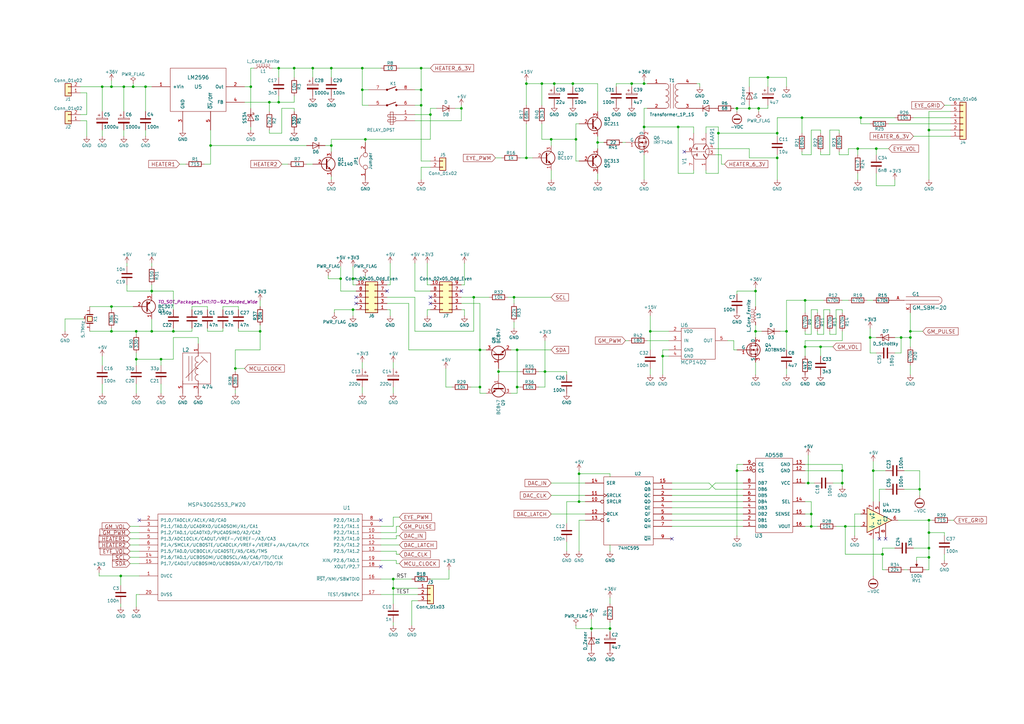
<source format=kicad_sch>
(kicad_sch (version 20250114) (generator "eeschema") (generator_version "9.0")
  (paper "A3")
  (title_block (title "OctorayVFD Geiger board") (date "2018-03-29") (rev "2"))
  (junction (at 245.11 58.42))
  (junction (at 172.72 27.94))
  (junction (at 62.23 135.89))
  (junction (at 144.78 127))
  (junction (at 215.9 64.77))
  (junction (at 135.89 59.69))
  (junction (at 110.49 41.91))
  (junction (at 212.09 158.75))
  (junction (at 66.04 147.32))
  (junction (at 196.85 143.51))
  (junction (at 369.57 138.43))
  (junction (at 373.38 135.89))
  (junction (at 223.52 152.4))
  (junction (at 377.19 200.66))
  (junction (at 139.7 114.3))
  (junction (at 161.29 237.49))
  (junction (at 259.08 34.29))
  (junction (at 250.19 257.81))
  (junction (at 373.38 138.43))
  (junction (at 322.58 135.89))
  (junction (at 346.71 215.9))
  (junction (at 353.06 48.26))
  (junction (at 144.78 114.3))
  (junction (at 41.91 35.56))
  (junction (at 236.22 57.15))
  (junction (at 332.74 210.82))
  (junction (at 135.89 27.94))
  (junction (at 59.69 35.56))
  (junction (at 381 228.6))
  (junction (at 204.47 152.4))
  (junction (at 62.23 119.38))
  (junction (at 45.72 125.73))
  (junction (at 114.3 27.94))
  (junction (at 237.49 194.31))
  (junction (at 314.96 31.75))
  (junction (at 45.72 35.56))
  (junction (at 336.55 142.24))
  (junction (at 55.88 147.32))
  (junction (at 45.72 135.89))
  (junction (at 196.85 158.75))
  (junction (at 106.68 135.89))
  (junction (at 318.77 64.77))
  (junction (at 161.29 241.3))
  (junction (at 55.88 135.89))
  (junction (at 381 213.36))
  (junction (at 307.34 44.45))
  (junction (at 381 224.79))
  (junction (at 351.79 60.96))
  (junction (at 148.59 27.94))
  (junction (at 96.52 151.13))
  (junction (at 71.12 135.89))
  (junction (at 234.95 34.29))
  (junction (at 331.47 198.12))
  (junction (at 318.77 54.61))
  (junction (at 194.31 121.92))
  (junction (at 264.16 52.07))
  (junction (at 227.33 34.29))
  (junction (at 278.13 52.07))
  (junction (at 266.7 135.89))
  (junction (at 148.59 36.83))
  (junction (at 120.65 27.94))
  (junction (at 189.23 44.45))
  (junction (at 381 53.34))
  (junction (at 172.72 43.18))
  (junction (at 212.09 143.51))
  (junction (at 176.53 46.99))
  (junction (at 149.86 57.15))
  (junction (at 302.26 44.45))
  (junction (at 361.95 227.33))
  (junction (at 49.53 236.22))
  (junction (at 330.2 142.24))
  (junction (at 264.16 34.29))
  (junction (at 345.44 198.12))
  (junction (at 356.87 138.43))
  (junction (at 237.49 205.74))
  (junction (at 309.88 119.38))
  (junction (at 328.93 48.26))
  (junction (at 345.44 193.04))
  (junction (at 128.27 27.94))
  (junction (at 311.15 44.45))
  (junction (at 226.06 57.15))
  (junction (at 271.78 146.05))
  (junction (at 332.74 215.9))
  (junction (at 50.8 35.56))
  (junction (at 86.36 59.69))
  (junction (at 359.41 60.96))
  (junction (at 102.87 35.56))
  (junction (at 330.2 123.19))
  (junction (at 222.25 34.29))
  (junction (at 172.72 36.83))
  (junction (at 242.57 257.81))
  (junction (at 294.64 54.61))
  (junction (at 381 218.44))
  (junction (at 309.88 135.89))
  (junction (at 114.3 41.91))
  (junction (at 215.9 34.29))
  (junction (at 210.82 121.92))
  (junction (at 358.14 193.04))
  (junction (at 54.61 35.56))
  (junction (at 302.26 193.04))
  (no_connect (at 280.67 62.23))
  (no_connect (at 360.68 220.98))
  (no_connect (at 146.05 121.92))
  (no_connect (at 363.22 220.98))
  (no_connect (at 189.23 119.38))
  (no_connect (at 156.21 232.41))
  (no_connect (at 57.15 213.36))
  (no_connect (at 176.53 124.46))
  (no_connect (at 146.05 124.46))
  (no_connect (at 275.59 220.98))
  (no_connect (at 156.21 213.36))
  (no_connect (at 176.53 121.92))
  (no_connect (at 158.75 119.38))
  (wire (pts (xy 189.23 121.92) (xy 194.31 121.92)))
  (wire (pts (xy 78.74 135.89) (xy 78.74 134.62)))
  (wire (pts (xy 293.37 200.66) (xy 304.8 200.66)))
  (wire (pts (xy 232.41 205.74) (xy 237.49 205.74)))
  (wire (pts (xy 57.15 226.06) (xy 53.34 226.06)))
  (wire (pts (xy 307.34 44.45) (xy 311.15 44.45)))
  (wire (pts (xy 302.26 193.04) (xy 302.26 219.71)))
  (wire (pts (xy 363.22 193.04) (xy 358.14 193.04)))
  (wire (pts (xy 161.29 151.13) (xy 161.29 148.59)))
  (wire (pts (xy 274.32 143.51) (xy 271.78 143.51)))
  (wire (pts (xy 309.88 148.59) (xy 309.88 153.67)))
  (wire (pts (xy 26.67 130.81) (xy 26.67 135.89)))
  (wire (pts (xy 45.72 134.62) (xy 45.72 135.89)))
  (wire (pts (xy 293.37 198.12) (xy 290.83 200.66)))
  (wire (pts (xy 237.49 193.04) (xy 237.49 194.31)))
  (wire (pts (xy 149.86 113.03) (xy 149.86 114.3)))
  (wire (pts (xy 274.32 146.05) (xy 271.78 146.05)))
  (wire (pts (xy 373.38 135.89) (xy 373.38 138.43)))
  (wire (pts (xy 162.56 219.71) (xy 163.83 219.71)))
  (wire (pts (xy 351.79 71.12) (xy 351.79 73.66)))
  (wire (pts (xy 309.88 119.38) (xy 309.88 125.73)))
  (wire (pts (xy 144.78 129.54) (xy 144.78 127)))
  (wire (pts (xy 330.2 215.9) (xy 332.74 215.9)))
  (wire (pts (xy 167.64 124.46) (xy 167.64 143.51)))
  (wire (pts (xy 171.45 241.3) (xy 161.29 241.3)))
  (wire (pts (xy 55.88 147.32) (xy 55.88 149.86)))
  (wire (pts (xy 278.13 52.07) (xy 284.48 52.07)))
  (wire (pts (xy 389.89 43.18) (xy 387.35 43.18)))
  (wire (pts (xy 342.9 215.9) (xy 346.71 215.9)))
  (wire (pts (xy 361.95 227.33) (xy 361.95 233.68)))
  (wire (pts (xy 318.77 54.61) (xy 294.64 54.61)))
  (wire (pts (xy 158.75 124.46) (xy 167.64 124.46)))
  (wire (pts (xy 170.18 121.92) (xy 170.18 135.89)))
  (wire (pts (xy 265.43 139.7) (xy 274.32 139.7)))
  (wire (pts (xy 302.26 119.38) (xy 309.88 119.38)))
  (wire (pts (xy 172.72 27.94) (xy 176.53 27.94)))
  (wire (pts (xy 163.83 223.52) (xy 156.21 223.52)))
  (wire (pts (xy 312.42 135.89) (xy 309.88 135.89)))
  (wire (pts (xy 45.72 35.56) (xy 50.8 35.56)))
  (wire (pts (xy 120.65 41.91) (xy 120.65 39.37)))
  (wire (pts (xy 367.03 76.2) (xy 359.41 76.2)))
  (wire (pts (xy 149.86 57.15) (xy 149.86 58.42)))
  (wire (pts (xy 149.86 114.3) (xy 144.78 114.3)))
  (wire (pts (xy 57.15 228.6) (xy 53.34 228.6)))
  (wire (pts (xy 148.59 161.29) (xy 148.59 158.75)))
  (wire (pts (xy 57.15 220.98) (xy 53.34 220.98)))
  (wire (pts (xy 163.83 27.94) (xy 172.72 27.94)))
  (wire (pts (xy 71.12 138.43) (xy 81.28 138.43)))
  (wire (pts (xy 35.56 38.1) (xy 35.56 46.99)))
  (wire (pts (xy 86.36 67.31) (xy 83.82 67.31)))
  (wire (pts (xy 210.82 121.92) (xy 210.82 124.46)))
  (wire (pts (xy 331.47 198.12) (xy 331.47 186.69)))
  (wire (pts (xy 226.06 57.15) (xy 236.22 57.15)))
  (wire (pts (xy 242.57 254) (xy 242.57 257.81)))
  (wire (pts (xy 252.73 35.56) (xy 252.73 34.29)))
  (wire (pts (xy 346.71 227.33) (xy 346.71 215.9)))
  (wire (pts (xy 161.29 212.09) (xy 163.83 212.09)))
  (wire (pts (xy 97.79 134.62) (xy 97.79 135.89)))
  (wire (pts (xy 381 224.79) (xy 381 228.6)))
  (wire (pts (xy 49.53 248.92) (xy 49.53 247.65)))
  (wire (pts (xy 148.59 27.94) (xy 148.59 36.83)))
  (wire (pts (xy 314.96 31.75) (xy 322.58 31.75)))
  (wire (pts (xy 294.64 71.12) (xy 289.56 71.12)))
  (wire (pts (xy 96.52 161.29) (xy 96.52 160.02)))
  (wire (pts (xy 332.74 210.82) (xy 332.74 215.9)))
  (wire (pts (xy 378.46 135.89) (xy 373.38 135.89)))
  (wire (pts (xy 175.26 129.54) (xy 175.26 127)))
  (wire (pts (xy 332.74 215.9) (xy 335.28 215.9)))
  (wire (pts (xy 337.82 127) (xy 340.36 127)))
  (wire (pts (xy 271.78 146.05) (xy 271.78 153.67)))
  (wire (pts (xy 345.44 193.04) (xy 345.44 198.12)))
  (wire (pts (xy 215.9 34.29) (xy 222.25 34.29)))
  (wire (pts (xy 168.91 246.38) (xy 171.45 246.38)))
  (wire (pts (xy 196.85 158.75) (xy 196.85 161.29)))
  (wire (pts (xy 33.02 35.56) (xy 41.91 35.56)))
  (wire (pts (xy 215.9 64.77) (xy 218.44 64.77)))
  (wire (pts (xy 196.85 158.75) (xy 193.04 158.75)))
  (wire (pts (xy 172.72 68.58) (xy 172.72 73.66)))
  (wire (pts (xy 356.87 144.78) (xy 359.41 144.78)))
  (wire (pts (xy 167.64 143.51) (xy 196.85 143.51)))
  (wire (pts (xy 222.25 34.29) (xy 227.33 34.29)))
  (wire (pts (xy 34.29 130.81) (xy 26.67 130.81)))
  (wire (pts (xy 330.2 205.74) (xy 332.74 205.74)))
  (wire (pts (xy 340.36 135.89) (xy 340.36 137.16)))
  (wire (pts (xy 204.47 151.13) (xy 204.47 152.4)))
  (wire (pts (xy 161.29 215.9) (xy 161.29 212.09)))
  (wire (pts (xy 172.72 36.83) (xy 172.72 43.18)))
  (wire (pts (xy 212.09 143.51) (xy 226.06 143.51)))
  (wire (pts (xy 345.44 198.12) (xy 345.44 199.39)))
  (wire (pts (xy 210.82 134.62) (xy 210.82 132.08)))
  (wire (pts (xy 342.9 137.16) (xy 342.9 127)))
  (wire (pts (xy 97.79 135.89) (xy 106.68 135.89)))
  (wire (pts (xy 309.88 133.35) (xy 309.88 135.89)))
  (wire (pts (xy 236.22 257.81) (xy 236.22 256.54)))
  (wire (pts (xy 300.99 143.51) (xy 302.26 143.51)))
  (wire (pts (xy 91.44 127) (xy 91.44 125.73)))
  (wire (pts (xy 300.99 139.7) (xy 300.99 143.51)))
  (wire (pts (xy 55.88 147.32) (xy 66.04 147.32)))
  (wire (pts (xy 264.16 44.45) (xy 265.43 44.45)))
  (wire (pts (xy 330.2 210.82) (xy 332.74 210.82)))
  (wire (pts (xy 176.53 46.99) (xy 170.18 46.99)))
  (wire (pts (xy 344.17 62.23) (xy 344.17 63.5)))
  (wire (pts (xy 35.56 49.53) (xy 35.56 55.88)))
  (wire (pts (xy 162.56 231.14) (xy 162.56 229.87)))
  (wire (pts (xy 176.53 116.84) (xy 175.26 116.84)))
  (wire (pts (xy 232.41 205.74) (xy 232.41 214.63)))
  (wire (pts (xy 294.64 54.61) (xy 294.64 71.12)))
  (wire (pts (xy 389.89 48.26) (xy 374.65 48.26)))
  (wire (pts (xy 284.48 71.12) (xy 278.13 71.12)))
  (wire (pts (xy 120.65 27.94) (xy 128.27 27.94)))
  (wire (pts (xy 182.88 151.13) (xy 182.88 158.75)))
  (wire (pts (xy 66.04 161.29) (xy 66.04 157.48)))
  (wire (pts (xy 149.86 57.15) (xy 135.89 57.15)))
  (wire (pts (xy 148.59 43.18) (xy 151.13 43.18)))
  (wire (pts (xy 289.56 54.61) (xy 289.56 52.07)))
  (wire (pts (xy 328.93 63.5) (xy 332.74 63.5)))
  (wire (pts (xy 162.56 226.06) (xy 162.56 227.33)))
  (wire (pts (xy 304.8 210.82) (xy 275.59 210.82)))
  (wire (pts (xy 81.28 138.43) (xy 81.28 140.97)))
  (wire (pts (xy 340.36 137.16) (xy 342.9 137.16)))
  (wire (pts (xy 115.57 54.61) (xy 115.57 44.45)))
  (wire (pts (xy 196.85 161.29) (xy 199.39 161.29)))
  (wire (pts (xy 304.8 193.04) (xy 302.26 193.04)))
  (wire (pts (xy 102.87 35.56) (xy 102.87 44.45)))
  (wire (pts (xy 290.83 200.66) (xy 275.59 200.66)))
  (wire (pts (xy 278.13 71.12) (xy 278.13 52.07)))
  (wire (pts (xy 189.23 43.18) (xy 189.23 44.45)))
  (wire (pts (xy 73.66 67.31) (xy 76.2 67.31)))
  (wire (pts (xy 162.56 215.9) (xy 162.56 218.44)))
  (wire (pts (xy 114.3 41.91) (xy 114.3 39.37)))
  (wire (pts (xy 250.19 194.31) (xy 237.49 194.31)))
  (wire (pts (xy 111.76 27.94) (xy 114.3 27.94)))
  (wire (pts (xy 100.33 151.13) (xy 96.52 151.13)))
  (wire (pts (xy 381 233.68) (xy 379.73 233.68)))
  (wire (pts (xy 91.44 135.89) (xy 91.44 134.62)))
  (wire (pts (xy 222.25 57.15) (xy 226.06 57.15)))
  (wire (pts (xy 41.91 146.05) (xy 41.91 149.86)))
  (wire (pts (xy 353.06 210.82) (xy 350.52 210.82)))
  (wire (pts (xy 322.58 123.19) (xy 330.2 123.19)))
  (wire (pts (xy 302.26 120.65) (xy 302.26 119.38)))
  (wire (pts (xy 336.55 53.34) (xy 336.55 54.61)))
  (wire (pts (xy 189.23 44.45) (xy 189.23 49.53)))
  (wire (pts (xy 57.15 231.14) (xy 53.34 231.14)))
  (wire (pts (xy 161.29 237.49) (xy 168.91 237.49)))
  (wire (pts (xy 158.75 121.92) (xy 170.18 121.92)))
  (wire (pts (xy 358.14 123.19) (xy 355.6 123.19)))
  (wire (pts (xy 344.17 63.5) (xy 347.98 63.5)))
  (wire (pts (xy 237.49 194.31) (xy 237.49 205.74)))
  (wire (pts (xy 356.87 138.43) (xy 356.87 144.78)))
  (wire (pts (xy 102.87 53.34) (xy 102.87 52.07)))
  (wire (pts (xy 330.2 139.7) (xy 330.2 142.24)))
  (wire (pts (xy 59.69 35.56) (xy 62.23 35.56)))
  (wire (pts (xy 335.28 137.16) (xy 337.82 137.16)))
  (wire (pts (xy 144.78 114.3) (xy 144.78 116.84)))
  (wire (pts (xy 370.84 200.66) (xy 377.19 200.66)))
  (wire (pts (xy 120.65 44.45) (xy 120.65 45.72)))
  (wire (pts (xy 353.06 50.8) (xy 353.06 48.26)))
  (wire (pts (xy 347.98 123.19) (xy 345.44 123.19)))
  (wire (pts (xy 335.28 127) (xy 332.74 127)))
  (wire (pts (xy 332.74 205.74) (xy 332.74 210.82)))
  (wire (pts (xy 222.25 57.15) (xy 222.25 50.8)))
  (wire (pts (xy 381 218.44) (xy 381 224.79)))
  (wire (pts (xy 144.78 127) (xy 146.05 127)))
  (wire (pts (xy 373.38 149.86) (xy 373.38 153.67)))
  (wire (pts (xy 162.56 227.33) (xy 163.83 227.33)))
  (wire (pts (xy 332.74 63.5) (xy 332.74 53.34)))
  (wire (pts (xy 289.56 71.12) (xy 289.56 69.85)))
  (wire (pts (xy 161.29 161.29) (xy 161.29 158.75)))
  (wire (pts (xy 71.12 119.38) (xy 71.12 127)))
  (wire (pts (xy 307.34 31.75) (xy 314.96 31.75)))
  (wire (pts (xy 91.44 125.73) (xy 97.79 125.73)))
  (wire (pts (xy 314.96 44.45) (xy 314.96 43.18)))
  (wire (pts (xy 304.8 213.36) (xy 275.59 213.36)))
  (wire (pts (xy 302.26 190.5) (xy 302.26 193.04)))
  (wire (pts (xy 161.29 255.27) (xy 161.29 256.54)))
  (wire (pts (xy 375.92 228.6) (xy 375.92 229.87)))
  (wire (pts (xy 353.06 48.26) (xy 367.03 48.26)))
  (wire (pts (xy 359.41 138.43) (xy 356.87 138.43)))
  (wire (pts (xy 307.34 64.77) (xy 318.77 64.77)))
  (wire (pts (xy 356.87 50.8) (xy 353.06 50.8)))
  (wire (pts (xy 163.83 215.9) (xy 162.56 215.9)))
  (wire (pts (xy 389.89 213.36) (xy 391.16 213.36)))
  (wire (pts (xy 369.57 144.78) (xy 369.57 138.43)))
  (wire (pts (xy 309.88 135.89) (xy 309.88 138.43)))
  (wire (pts (xy 49.53 240.03) (xy 49.53 236.22)))
  (wire (pts (xy 314.96 35.56) (xy 314.96 31.75)))
  (wire (pts (xy 300.99 44.45) (xy 302.26 44.45)))
  (wire (pts (xy 287.02 34.29) (xy 285.75 34.29)))
  (wire (pts (xy 172.72 66.04) (xy 176.53 66.04)))
  (wire (pts (xy 182.88 158.75) (xy 185.42 158.75)))
  (wire (pts (xy 264.16 44.45) (xy 264.16 52.07)))
  (wire (pts (xy 345.44 190.5) (xy 345.44 193.04)))
  (wire (pts (xy 184.15 237.49) (xy 184.15 233.68)))
  (wire (pts (xy 284.48 52.07) (xy 284.48 54.61)))
  (wire (pts (xy 345.44 198.12) (xy 341.63 198.12)))
  (wire (pts (xy 359.41 63.5) (xy 359.41 60.96)))
  (wire (pts (xy 370.84 193.04) (xy 377.19 193.04)))
  (wire (pts (xy 186.69 44.45) (xy 189.23 44.45)))
  (wire (pts (xy 332.74 137.16) (xy 330.2 137.16)))
  (wire (pts (xy 387.35 229.87) (xy 387.35 227.33)))
  (wire (pts (xy 161.29 241.3) (xy 161.29 247.65)))
  (wire (pts (xy 102.87 35.56) (xy 100.33 35.56)))
  (wire (pts (xy 45.72 135.89) (xy 55.88 135.89)))
  (wire (pts (xy 62.23 135.89) (xy 71.12 135.89)))
  (wire (pts (xy 40.64 234.95) (xy 40.64 236.22)))
  (wire (pts (xy 330.2 198.12) (xy 331.47 198.12)))
  (wire (pts (xy 62.23 119.38) (xy 71.12 119.38)))
  (wire (pts (xy 194.31 135.89) (xy 194.31 121.92)))
  (wire (pts (xy 347.98 63.5) (xy 347.98 60.96)))
  (wire (pts (xy 302.26 45.72) (xy 302.26 44.45)))
  (wire (pts (xy 139.7 119.38) (xy 146.05 119.38)))
  (wire (pts (xy 307.34 60.96) (xy 307.34 64.77)))
  (wire (pts (xy 41.91 157.48) (xy 41.91 161.29)))
  (wire (pts (xy 250.19 226.06) (xy 250.19 223.52)))
  (wire (pts (xy 110.49 45.72) (xy 110.49 41.91)))
  (wire (pts (xy 304.8 203.2) (xy 275.59 203.2)))
  (wire (pts (xy 190.5 116.84) (xy 190.5 107.95)))
  (wire (pts (xy 156.21 215.9) (xy 161.29 215.9)))
  (wire (pts (xy 36.83 135.89) (xy 45.72 135.89)))
  (wire (pts (xy 322.58 31.75) (xy 322.58 35.56)))
  (wire (pts (xy 54.61 34.29) (xy 54.61 35.56)))
  (wire (pts (xy 40.64 236.22) (xy 49.53 236.22)))
  (wire (pts (xy 223.52 152.4) (xy 232.41 152.4)))
  (wire (pts (xy 389.89 45.72) (xy 381 45.72)))
  (wire (pts (xy 55.88 144.78) (xy 55.88 147.32)))
  (wire (pts (xy 351.79 63.5) (xy 351.79 60.96)))
  (wire (pts (xy 33.02 38.1) (xy 35.56 38.1)))
  (wire (pts (xy 328.93 48.26) (xy 353.06 48.26)))
  (wire (pts (xy 304.8 190.5) (xy 302.26 190.5)))
  (wire (pts (xy 330.2 123.19) (xy 337.82 123.19)))
  (wire (pts (xy 340.36 53.34) (xy 344.17 53.34)))
  (wire (pts (xy 331.47 198.12) (xy 334.01 198.12)))
  (wire (pts (xy 106.68 125.73) (xy 106.68 123.19)))
  (wire (pts (xy 226.06 203.2) (xy 240.03 203.2)))
  (wire (pts (xy 227.33 35.56) (xy 227.33 34.29)))
  (wire (pts (xy 345.44 135.89) (xy 345.44 139.7)))
  (wire (pts (xy 215.9 33.02) (xy 215.9 34.29)))
  (wire (pts (xy 170.18 36.83) (xy 172.72 36.83)))
  (wire (pts (xy 110.49 41.91) (xy 114.3 41.91)))
  (wire (pts (xy 271.78 143.51) (xy 271.78 146.05)))
  (wire (pts (xy 250.19 257.81) (xy 250.19 259.08)))
  (wire (pts (xy 361.95 233.68) (xy 363.22 233.68)))
  (wire (pts (xy 223.52 158.75) (xy 220.98 158.75)))
  (wire (pts (xy 196.85 124.46) (xy 189.23 124.46)))
  (wire (pts (xy 179.07 44.45) (xy 176.53 44.45)))
  (wire (pts (xy 71.12 135.89) (xy 78.74 135.89)))
  (wire (pts (xy 387.35 219.71) (xy 387.35 218.44)))
  (wire (pts (xy 172.72 43.18) (xy 172.72 66.04)))
  (wire (pts (xy 85.09 135.89) (xy 91.44 135.89)))
  (wire (pts (xy 335.28 135.89) (xy 335.28 137.16)))
  (wire (pts (xy 245.11 71.12) (xy 245.11 73.66)))
  (wire (pts (xy 369.57 138.43) (xy 367.03 138.43)))
  (wire (pts (xy 204.47 152.4) (xy 204.47 153.67)))
  (wire (pts (xy 114.3 27.94) (xy 120.65 27.94)))
  (wire (pts (xy 223.52 139.7) (xy 223.52 152.4)))
  (wire (pts (xy 161.29 237.49) (xy 161.29 241.3)))
  (wire (pts (xy 45.72 127) (xy 45.72 125.73)))
  (wire (pts (xy 332.74 127) (xy 332.74 137.16)))
  (wire (pts (xy 337.82 137.16) (xy 337.82 127)))
  (wire (pts (xy 360.68 200.66) (xy 363.22 200.66)))
  (wire (pts (xy 381 213.36) (xy 382.27 213.36)))
  (wire (pts (xy 62.23 119.38) (xy 62.23 120.65)))
  (wire (pts (xy 163.83 231.14) (xy 162.56 231.14)))
  (wire (pts (xy 151.13 36.83) (xy 148.59 36.83)))
  (wire (pts (xy 360.68 205.74) (xy 360.68 200.66)))
  (wire (pts (xy 359.41 60.96) (xy 364.49 60.96)))
  (wire (pts (xy 62.23 109.22) (xy 62.23 107.95)))
  (wire (pts (xy 275.59 198.12) (xy 290.83 198.12)))
  (wire (pts (xy 374.65 55.88) (xy 389.89 55.88)))
  (wire (pts (xy 304.8 208.28) (xy 275.59 208.28)))
  (wire (pts (xy 139.7 114.3) (xy 139.7 119.38)))
  (wire (pts (xy 55.88 248.92) (xy 55.88 243.84)))
  (wire (pts (xy 176.53 68.58) (xy 172.72 68.58)))
  (wire (pts (xy 128.27 27.94) (xy 128.27 31.75)))
  (wire (pts (xy 330.2 190.5) (xy 345.44 190.5)))
  (wire (pts (xy 381 53.34) (xy 381 73.66)))
  (wire (pts (xy 387.35 218.44) (xy 381 218.44)))
  (wire (pts (xy 162.56 220.98) (xy 162.56 219.71)))
  (wire (pts (xy 345.44 139.7) (xy 330.2 139.7)))
  (wire (pts (xy 264.16 34.29) (xy 264.16 33.02)))
  (wire (pts (xy 49.53 236.22) (xy 57.15 236.22)))
  (wire (pts (xy 106.68 143.51) (xy 96.52 143.51)))
  (wire (pts (xy 104.14 27.94) (xy 102.87 27.94)))
  (wire (pts (xy 252.73 34.29) (xy 259.08 34.29)))
  (wire (pts (xy 381 45.72) (xy 381 53.34)))
  (wire (pts (xy 336.55 142.24) (xy 336.55 146.05)))
  (wire (pts (xy 350.52 210.82) (xy 350.52 219.71)))
  (wire (pts (xy 346.71 215.9) (xy 353.06 215.9)))
  (wire (pts (xy 318.77 63.5) (xy 318.77 64.77)))
  (wire (pts (xy 302.26 44.45) (xy 307.34 44.45)))
  (wire (pts (xy 232.41 226.06) (xy 232.41 222.25)))
  (wire (pts (xy 52.07 119.38) (xy 62.23 119.38)))
  (wire (pts (xy 266.7 153.67) (xy 266.7 151.13)))
  (wire (pts (xy 234.95 34.29) (xy 245.11 34.29)))
  (wire (pts (xy 318.77 48.26) (xy 318.77 54.61)))
  (wire (pts (xy 137.16 127) (xy 144.78 127)))
  (wire (pts (xy 196.85 143.51) (xy 199.39 143.51)))
  (wire (pts (xy 389.89 50.8) (xy 364.49 50.8)))
  (wire (pts (xy 133.35 59.69) (xy 135.89 59.69)))
  (wire (pts (xy 332.74 53.34) (xy 336.55 53.34)))
  (wire (pts (xy 139.7 114.3) (xy 134.62 114.3)))
  (wire (pts (xy 100.33 41.91) (xy 110.49 41.91)))
  (wire (pts (xy 114.3 31.75) (xy 114.3 27.94)))
  (wire (pts (xy 196.85 124.46) (xy 196.85 143.51)))
  (wire (pts (xy 311.15 44.45) (xy 311.15 45.72)))
  (wire (pts (xy 381 228.6) (xy 381 233.68)))
  (wire (pts (xy 368.3 213.36) (xy 381 213.36)))
  (wire (pts (xy 189.23 49.53) (xy 170.18 49.53)))
  (wire (pts (xy 62.23 135.89) (xy 62.23 130.81)))
  (wire (pts (xy 110.49 54.61) (xy 115.57 54.61)))
  (wire (pts (xy 209.55 143.51) (xy 212.09 143.51)))
  (wire (pts (xy 50.8 55.88) (xy 50.8 53.34)))
  (wire (pts (xy 194.31 121.92) (xy 200.66 121.92)))
  (wire (pts (xy 170.18 135.89) (xy 194.31 135.89)))
  (wire (pts (xy 322.58 151.13) (xy 322.58 153.67)))
  (wire (pts (xy 96.52 143.51) (xy 96.52 151.13)))
  (wire (pts (xy 208.28 121.92) (xy 210.82 121.92)))
  (wire (pts (xy 250.19 255.27) (xy 250.19 257.81)))
  (wire (pts (xy 245.11 58.42) (xy 245.11 60.96)))
  (wire (pts (xy 148.59 151.13) (xy 148.59 148.59)))
  (wire (pts (xy 264.16 34.29) (xy 265.43 34.29)))
  (wire (pts (xy 330.2 137.16) (xy 330.2 135.89)))
  (wire (pts (xy 85.09 125.73) (xy 85.09 127)))
  (wire (pts (xy 135.89 59.69) (xy 135.89 62.23)))
  (wire (pts (xy 156.21 220.98) (xy 162.56 220.98)))
  (wire (pts (xy 340.36 127) (xy 340.36 128.27)))
  (wire (pts (xy 148.59 36.83) (xy 148.59 43.18)))
  (wire (pts (xy 340.36 63.5) (xy 340.36 53.34)))
  (wire (pts (xy 293.37 60.96) (xy 307.34 60.96)))
  (wire (pts (xy 135.89 27.94) (xy 135.89 31.75)))
  (wire (pts (xy 344.17 53.34) (xy 344.17 54.61)))
  (wire (pts (xy 330.2 142.24) (xy 330.2 146.05)))
  (wire (pts (xy 304.8 215.9) (xy 275.59 215.9)))
  (wire (pts (xy 55.88 243.84) (xy 57.15 243.84)))
  (wire (pts (xy 57.15 218.44) (xy 53.34 218.44)))
  (wire (pts (xy 373.38 138.43) (xy 373.38 142.24)))
  (wire (pts (xy 304.8 198.12) (xy 293.37 198.12)))
  (wire (pts (xy 189.23 116.84) (xy 190.5 116.84)))
  (wire (pts (xy 236.22 66.04) (xy 237.49 66.04)))
  (wire (pts (xy 295.91 67.31) (xy 295.91 63.5)))
  (wire (pts (xy 148.59 27.94) (xy 156.21 27.94)))
  (wire (pts (xy 190.5 127) (xy 189.23 127)))
  (wire (pts (xy 389.89 53.34) (xy 381 53.34)))
  (wire (pts (xy 259.08 35.56) (xy 259.08 34.29)))
  (wire (pts (xy 264.16 52.07) (xy 264.16 53.34)))
  (wire (pts (xy 96.52 151.13) (xy 96.52 152.4)))
  (wire (pts (xy 213.36 152.4) (xy 204.47 152.4)))
  (wire (pts (xy 264.16 63.5) (xy 264.16 73.66)))
  (wire (pts (xy 295.91 63.5) (xy 293.37 63.5)))
  (wire (pts (xy 156.21 243.84) (xy 171.45 243.84)))
  (wire (pts (xy 234.95 34.29) (xy 234.95 35.56)))
  (wire (pts (xy 377.19 193.04) (xy 377.19 200.66)))
  (wire (pts (xy 190.5 129.54) (xy 190.5 127)))
  (wire (pts (xy 50.8 35.56) (xy 54.61 35.56)))
  (wire (pts (xy 45.72 125.73) (xy 54.61 125.73)))
  (wire (pts (xy 381 228.6) (xy 375.92 228.6)))
  (wire (pts (xy 210.82 121.92) (xy 226.06 121.92)))
  (wire (pts (xy 215.9 50.8) (xy 215.9 64.77)))
  (wire (pts (xy 162.56 229.87) (xy 156.21 229.87)))
  (wire (pts (xy 304.8 205.74) (xy 275.59 205.74)))
  (wire (pts (xy 266.7 129.54) (xy 266.7 135.89)))
  (wire (pts (xy 236.22 57.15) (xy 236.22 66.04)))
  (wire (pts (xy 330.2 142.24) (xy 336.55 142.24)))
  (wire (pts (xy 372.11 233.68) (xy 370.84 233.68)))
  (wire (pts (xy 220.98 152.4) (xy 223.52 152.4)))
  (wire (pts (xy 55.88 135.89) (xy 62.23 135.89)))
  (wire (pts (xy 359.41 71.12) (xy 359.41 76.2)))
  (wire (pts (xy 97.79 125.73) (xy 97.79 127)))
  (wire (pts (xy 236.22 257.81) (xy 242.57 257.81)))
  (wire (pts (xy 213.36 158.75) (xy 212.09 158.75)))
  (wire (pts (xy 336.55 142.24) (xy 341.63 142.24)))
  (wire (pts (xy 213.36 64.77) (xy 215.9 64.77)))
  (wire (pts (xy 245.11 55.88) (xy 245.11 58.42)))
  (wire (pts (xy 242.57 257.81) (xy 242.57 259.08)))
  (wire (pts (xy 115.57 67.31) (xy 118.11 67.31)))
  (wire (pts (xy 289.56 52.07) (xy 294.64 52.07)))
  (wire (pts (xy 135.89 73.66) (xy 135.89 72.39)))
  (wire (pts (xy 256.54 139.7) (xy 257.81 139.7)))
  (wire (pts (xy 176.53 237.49) (xy 184.15 237.49)))
  (wire (pts (xy 222.25 34.29) (xy 222.25 43.18)))
  (wire (pts (xy 160.02 116.84) (xy 160.02 107.95)))
  (wire (pts (xy 114.3 41.91) (xy 120.65 41.91)))
  (wire (pts (xy 54.61 35.56) (xy 59.69 35.56)))
  (wire (pts (xy 102.87 27.94) (xy 102.87 35.56)))
  (wire (pts (xy 328.93 54.61) (xy 328.93 48.26)))
  (wire (pts (xy 115.57 44.45) (xy 120.65 44.45)))
  (wire (pts (xy 290.83 198.12) (xy 293.37 200.66)))
  (wire (pts (xy 110.49 53.34) (xy 110.49 54.61)))
  (wire (pts (xy 125.73 67.31) (xy 128.27 67.31)))
  (wire (pts (xy 250.19 247.65) (xy 250.19 245.11)))
  (wire (pts (xy 232.41 152.4) (xy 232.41 153.67)))
  (wire (pts (xy 381 224.79) (xy 374.65 224.79)))
  (wire (pts (xy 135.89 27.94) (xy 148.59 27.94)))
  (wire (pts (xy 120.65 27.94) (xy 120.65 31.75)))
  (wire (pts (xy 358.14 236.22) (xy 358.14 220.98)))
  (wire (pts (xy 373.38 128.27) (xy 373.38 135.89)))
  (wire (pts (xy 284.48 69.85) (xy 284.48 71.12)))
  (wire (pts (xy 196.85 143.51) (xy 196.85 158.75)))
  (wire (pts (xy 237.49 213.36) (xy 237.49 226.06)))
  (wire (pts (xy 168.91 256.54) (xy 168.91 246.38)))
  (wire (pts (xy 57.15 223.52) (xy 53.34 223.52)))
  (wire (pts (xy 298.45 139.7) (xy 300.99 139.7)))
  (wire (pts (xy 176.53 46.99) (xy 176.53 57.15)))
  (wire (pts (xy 176.53 57.15) (xy 149.86 57.15)))
  (wire (pts (xy 66.04 147.32) (xy 71.12 147.32)))
  (wire (pts (xy 242.57 257.81) (xy 250.19 257.81)))
  (wire (pts (xy 41.91 55.88) (xy 41.91 53.34)))
  (wire (pts (xy 170.18 43.18) (xy 172.72 43.18)))
  (wire (pts (xy 330.2 193.04) (xy 345.44 193.04)))
  (wire (pts (xy 318.77 64.77) (xy 318.77 73.66)))
  (wire (pts (xy 135.89 57.15) (xy 135.89 59.69)))
  (wire (pts (xy 106.68 135.89) (xy 106.68 143.51)))
  (wire (pts (xy 381 213.36) (xy 381 218.44)))
  (wire (pts (xy 71.12 135.89) (xy 71.12 134.62)))
  (wire (pts (xy 137.16 127) (xy 137.16 128.27)))
  (wire (pts (xy 36.83 125.73) (xy 45.72 125.73)))
  (wire (pts (xy 347.98 60.96) (xy 351.79 60.96)))
  (wire (pts (xy 128.27 27.94) (xy 135.89 27.94)))
  (wire (pts (xy 176.53 44.45) (xy 176.53 46.99)))
  (wire (pts (xy 328.93 62.23) (xy 328.93 63.5)))
  (wire (pts (xy 86.36 59.69) (xy 86.36 67.31)))
  (wire (pts (xy 322.58 135.89) (xy 322.58 143.51)))
  (wire (pts (xy 156.21 237.49) (xy 161.29 237.49)))
  (wire (pts (xy 158.75 116.84) (xy 160.02 116.84)))
  (wire (pts (xy 307.34 44.45) (xy 307.34 43.18)))
  (wire (pts (xy 134.62 114.3) (xy 134.62 113.03)))
  (wire (pts (xy 78.74 125.73) (xy 85.09 125.73)))
  (wire (pts (xy 52.07 119.38) (xy 52.07 116.84)))
  (wire (pts (xy 86.36 53.34) (xy 86.36 59.69)))
  (wire (pts (xy 78.74 127) (xy 78.74 125.73)))
  (wire (pts (xy 358.14 189.23) (xy 358.14 193.04)))
  (wire (pts (xy 227.33 34.29) (xy 234.95 34.29)))
  (wire (pts (xy 59.69 55.88) (xy 59.69 53.34)))
  (wire (pts (xy 309.88 118.11) (xy 309.88 119.38)))
  (wire (pts (xy 294.64 52.07) (xy 294.64 54.61)))
  (wire (pts (xy 59.69 35.56) (xy 59.69 45.72)))
  (wire (pts (xy 250.19 195.58) (xy 250.19 194.31)))
  (wire (pts (xy 259.08 34.29) (xy 264.16 34.29)))
  (wire (pts (xy 367.03 73.66) (xy 367.03 76.2)))
  (wire (pts (xy 297.18 67.31) (xy 295.91 67.31)))
  (wire (pts (xy 320.04 135.89) (xy 322.58 135.89)))
  (wire (pts (xy 144.78 109.22) (xy 144.78 114.3)))
  (wire (pts (xy 318.77 54.61) (xy 318.77 55.88)))
  (wire (pts (xy 318.77 48.26) (xy 328.93 48.26)))
  (wire (pts (xy 41.91 35.56) (xy 41.91 45.72)))
  (wire (pts (xy 162.56 218.44) (xy 156.21 218.44)))
  (wire (pts (xy 240.03 198.12) (xy 226.06 198.12)))
  (wire (pts (xy 156.21 226.06) (xy 162.56 226.06)))
  (wire (pts (xy 33.02 49.53) (xy 35.56 49.53)))
  (wire (pts (xy 247.65 58.42) (xy 245.11 58.42)))
  (wire (pts (xy 106.68 133.35) (xy 106.68 135.89)))
  (wire (pts (xy 160.02 129.54) (xy 160.02 127)))
  (wire (pts (xy 330.2 123.19) (xy 330.2 128.27)))
  (wire (pts (xy 144.78 116.84) (xy 146.05 116.84)))
  (wire (pts (xy 373.38 138.43) (xy 369.57 138.43)))
  (wire (pts (xy 160.02 127) (xy 158.75 127)))
  (wire (pts (xy 125.73 59.69) (xy 86.36 59.69)))
  (wire (pts (xy 212.09 161.29) (xy 209.55 161.29)))
  (wire (pts (xy 342.9 127) (xy 345.44 127)))
  (wire (pts (xy 311.15 44.45) (xy 314.96 44.45)))
  (wire (pts (xy 172.72 27.94) (xy 172.72 36.83)))
  (wire (pts (xy 356.87 134.62) (xy 356.87 138.43)))
  (wire (pts (xy 212.09 158.75) (xy 212.09 161.29)))
  (wire (pts (xy 55.88 161.29) (xy 55.88 157.48)))
  (wire (pts (xy 336.55 63.5) (xy 340.36 63.5)))
  (wire (pts (xy 175.26 127) (xy 176.53 127)))
  (wire (pts (xy 307.34 35.56) (xy 307.34 31.75)))
  (wire (pts (xy 212.09 143.51) (xy 212.09 158.75)))
  (wire (pts (xy 336.55 62.23) (xy 336.55 63.5)))
  (wire (pts (xy 52.07 109.22) (xy 52.07 107.95)))
  (wire (pts (xy 205.74 64.77) (xy 203.2 64.77)))
  (wire (pts (xy 367.03 144.78) (xy 369.57 144.78)))
  (wire (pts (xy 226.06 59.69) (xy 226.06 57.15)))
  (wire (pts (xy 170.18 119.38) (xy 170.18 107.95)))
  (wire (pts (xy 139.7 109.22) (xy 139.7 114.3)))
  (wire (pts (xy 345.44 127) (xy 345.44 128.27)))
  (wire (pts (xy 226.06 69.85) (xy 226.06 73.66)))
  (wire (pts (xy 45.72 35.56) (xy 45.72 33.02)))
  (wire (pts (xy 361.95 224.79) (xy 361.95 227.33)))
  (wire (pts (xy 367.03 224.79) (xy 361.95 224.79)))
  (wire (pts (xy 335.28 128.27) (xy 335.28 127)))
  (wire (pts (xy 287.02 35.56) (xy 287.02 34.29)))
  (wire (pts (xy 266.7 135.89) (xy 266.7 143.51)))
  (wire (pts (xy 351.79 60.96) (xy 359.41 60.96)))
  (wire (pts (xy 255.27 58.42) (xy 256.54 58.42)))
  (wire (pts (xy 358.14 193.04) (xy 358.14 205.74)))
  (wire (pts (xy 322.58 123.19) (xy 322.58 135.89)))
  (wire (pts (xy 35.56 46.99) (xy 33.02 46.99)))
  (wire (pts (xy 264.16 52.07) (xy 278.13 52.07)))
  (wire (pts (xy 346.71 227.33) (xy 361.95 227.33)))
  (wire (pts (xy 41.91 35.56) (xy 45.72 35.56)))
  (wire (pts (xy 237.49 205.74) (xy 240.03 205.74)))
  (wire (pts (xy 176.53 119.38) (xy 170.18 119.38)))
  (wire (pts (xy 245.11 34.29) (xy 245.11 45.72)))
  (wire (pts (xy 240.03 213.36) (xy 237.49 213.36)))
  (wire (pts (xy 66.04 149.86) (xy 66.04 147.32)))
  (wire (pts (xy 266.7 135.89) (xy 274.32 135.89)))
  (wire (pts (xy 57.15 215.9) (xy 53.34 215.9)))
  (wire (pts (xy 215.9 34.29) (xy 215.9 43.18)))
  (wire (pts (xy 377.19 200.66) (xy 377.19 203.2)))
  (wire (pts (xy 55.88 135.89) (xy 55.88 137.16)))
  (wire (pts (xy 71.12 147.32) (xy 71.12 138.43)))
  (wire (pts (xy 237.49 50.8) (xy 236.22 50.8)))
  (wire (pts (xy 62.23 116.84) (xy 62.23 119.38)))
  (wire (pts (xy 85.09 134.62) (xy 85.09 135.89)))
  (wire (pts (xy 236.22 50.8) (xy 236.22 57.15)))
  (wire (pts (xy 226.06 210.82) (xy 240.03 210.82)))
  (wire (pts (xy 223.52 152.4) (xy 223.52 158.75)))
  (wire (pts (xy 50.8 35.56) (xy 50.8 45.72)))
  (wire (pts (xy 175.26 116.84) (xy 175.26 107.95)))
  (label "RST" (at 162.56 237.49 0) (effects (font (size 1.524 1.524))))
  (label "TEST" (at 162.56 243.84 0) (effects (font (size 1.524 1.524))))
  (global_label "SCL" (shape input) (at 226.06 121.92 0) (effects (font (size 1.524 1.524))) (property "Intersheetrefs" "${INTERSHEET_REFS}" (effects (hide yes))))
  (global_label "EYE_VOL" (shape input) (at 53.34 226.06 180) (effects (font (size 1.524 1.524))) (property "Intersheetrefs" "${INTERSHEET_REFS}" (effects (hide yes))))
  (global_label "DAC_LATCH" (shape input) (at 226.06 210.82 180) (effects (font (size 1.524 1.524))) (property "Intersheetrefs" "${INTERSHEET_REFS}" (effects (hide yes))))
  (global_label "EYE_PWM" (shape input) (at 163.83 212.09 0) (effects (font (size 1.524 1.524))) (property "Intersheetrefs" "${INTERSHEET_REFS}" (effects (hide yes))))
  (global_label "DAC_IN" (shape input) (at 163.83 219.71 0) (effects (font (size 1.524 1.524))) (property "Intersheetrefs" "${INTERSHEET_REFS}" (effects (hide yes))))
  (global_label "HEATER_6_3V" (shape input) (at 374.65 55.88 180) (effects (font (size 1.524 1.524))) (property "Intersheetrefs" "${INTERSHEET_REFS}" (effects (hide yes))))
  (global_label "MCU_CLOCK" (shape input) (at 163.83 231.14 0) (effects (font (size 1.524 1.524))) (property "Intersheetrefs" "${INTERSHEET_REFS}" (effects (hide yes))))
  (global_label "EYE_VOL" (shape input) (at 364.49 60.96 0) (effects (font (size 1.524 1.524))) (property "Intersheetrefs" "${INTERSHEET_REFS}" (effects (hide yes))))
  (global_label "DAC_LATCH" (shape input) (at 163.83 223.52 0) (effects (font (size 1.524 1.524))) (property "Intersheetrefs" "${INTERSHEET_REFS}" (effects (hide yes))))
  (global_label "HEATER_6_3V" (shape input) (at 297.18 67.31 0) (effects (font (size 1.524 1.524))) (property "Intersheetrefs" "${INTERSHEET_REFS}" (effects (hide yes))))
  (global_label "SDA" (shape input) (at 53.34 231.14 180) (effects (font (size 1.524 1.524))) (property "Intersheetrefs" "${INTERSHEET_REFS}" (effects (hide yes))))
  (global_label "EYE_PWM" (shape input) (at 203.2 64.77 180) (effects (font (size 1.524 1.524))) (property "Intersheetrefs" "${INTERSHEET_REFS}" (effects (hide yes))))
  (global_label "SCL" (shape input) (at 53.34 228.6 180) (effects (font (size 1.524 1.524))) (property "Intersheetrefs" "${INTERSHEET_REFS}" (effects (hide yes))))
  (global_label "EYE_GRID" (shape input) (at 391.16 213.36 0) (effects (font (size 1.524 1.524))) (property "Intersheetrefs" "${INTERSHEET_REFS}" (effects (hide yes))))
  (global_label "EYE_GRID" (shape input) (at 387.35 43.18 180) (effects (font (size 1.524 1.524))) (property "Intersheetrefs" "${INTERSHEET_REFS}" (effects (hide yes))))
  (global_label "SDA" (shape input) (at 226.06 143.51 0) (effects (font (size 1.524 1.524))) (property "Intersheetrefs" "${INTERSHEET_REFS}" (effects (hide yes))))
  (global_label "HEATER1" (shape input) (at 73.66 67.31 180) (effects (font (size 1.524 1.524))) (property "Intersheetrefs" "${INTERSHEET_REFS}" (effects (hide yes))))
  (global_label "HEATER_6_3V" (shape input) (at 176.53 27.94 0) (effects (font (size 1.524 1.524))) (property "Intersheetrefs" "${INTERSHEET_REFS}" (effects (hide yes))))
  (global_label "HEATER2" (shape input) (at 53.34 223.52 180) (effects (font (size 1.524 1.524))) (property "Intersheetrefs" "${INTERSHEET_REFS}" (effects (hide yes))))
  (global_label "DAC_IN" (shape input) (at 226.06 198.12 180) (effects (font (size 1.524 1.524))) (property "Intersheetrefs" "${INTERSHEET_REFS}" (effects (hide yes))))
  (global_label "DAC_CLK" (shape input) (at 163.83 227.33 0) (effects (font (size 1.524 1.524))) (property "Intersheetrefs" "${INTERSHEET_REFS}" (effects (hide yes))))
  (global_label "MCU_CLOCK" (shape input) (at 100.33 151.13 0) (effects (font (size 1.524 1.524))) (property "Intersheetrefs" "${INTERSHEET_REFS}" (effects (hide yes))))
  (global_label "GM_VOL" (shape input) (at 341.63 142.24 0) (effects (font (size 1.524 1.524))) (property "Intersheetrefs" "${INTERSHEET_REFS}" (effects (hide yes))))
  (global_label "GM_VOL" (shape input) (at 53.34 215.9 180) (effects (font (size 1.524 1.524))) (property "Intersheetrefs" "${INTERSHEET_REFS}" (effects (hide yes))))
  (global_label "GM_PULSE" (shape input) (at 163.83 215.9 0) (effects (font (size 1.524 1.524))) (property "Intersheetrefs" "${INTERSHEET_REFS}" (effects (hide yes))))
  (global_label "DAC_CLK" (shape input) (at 226.06 203.2 180) (effects (font (size 1.524 1.524))) (property "Intersheetrefs" "${INTERSHEET_REFS}" (effects (hide yes))))
  (global_label "HEATER2" (shape input) (at 115.57 67.31 180) (effects (font (size 1.524 1.524))) (property "Intersheetrefs" "${INTERSHEET_REFS}" (effects (hide yes))))
  (global_label "HEATER1" (shape input) (at 53.34 220.98 180) (effects (font (size 1.524 1.524))) (property "Intersheetrefs" "${INTERSHEET_REFS}" (effects (hide yes))))
  (global_label "GM_PULSE" (shape input) (at 378.46 135.89 0) (effects (font (size 1.524 1.524))) (property "Intersheetrefs" "${INTERSHEET_REFS}" (effects (hide yes))))
  (global_label "GM_PWM" (shape input) (at 53.34 218.44 180) (effects (font (size 1.524 1.524))) (property "Intersheetrefs" "${INTERSHEET_REFS}" (effects (hide yes))))
  (global_label "GM_PWM" (shape input) (at 256.54 139.7 180) (effects (font (size 1.524 1.524))) (property "Intersheetrefs" "${INTERSHEET_REFS}" (effects (hide yes))))
  (symbol (lib_id "geiger-rescue:BC307") (at 59.69 125.73 0) (mirror x) (unit 1)
    (property "Reference" "Q7" (at 64.77 127.635 0) (effects (justify left)))
    (property "Value" "BC307" (at 64.77 125.73 0) (effects (justify left)))
    (property "Footprint" "TO_SOT_Packages_THT:TO-92_Molded_Wide" (at 64.77 123.825 0) (effects (font (italic yes)) (justify left)))
  )
  (symbol (lib_id "geiger-rescue:R") (at 55.88 140.97 180) (unit 1)
    (property "Reference" "R30" (at 53.848 140.97 90))
    (property "Value" "330" (at 55.88 140.97 90))
    (property "Footprint" "Resistors_ThroughHole:R_Axial_DIN0207_L6.3mm_D2.5mm_P10.16mm_Horizontal" (effects (hide yes)))
  )
  (symbol (lib_id "geiger-rescue:R") (at 45.72 130.81 0) (unit 1)
    (property "Reference" "R27" (at 47.752 130.81 90))
    (property "Value" "38k" (at 45.72 130.81 90))
    (property "Footprint" "Resistors_SMD:R_1206_HandSoldering" (effects (hide yes)))
  )
  (symbol (lib_id "geiger-rescue:R") (at 62.23 113.03 0) (unit 1)
    (property "Reference" "R31" (at 64.262 113.03 90))
    (property "Value" "150" (at 62.23 113.03 90))
    (property "Footprint" "Resistors_ThroughHole:R_Axial_DIN0207_L6.3mm_D2.5mm_P10.16mm_Horizontal" (effects (hide yes)))
  )
  (symbol (lib_id "geiger-rescue:C") (at 52.07 113.03 180) (unit 1)
    (property "Reference" "C19" (at 51.435 115.57 0) (effects (justify left)))
    (property "Value" "10n" (at 51.435 110.49 0) (effects (justify left)))
    (property "Footprint" "Capacitors_ThroughHole:C_Disc_D5.0mm_W2.5mm_P5.00mm" (effects (hide yes)))
  )
  (symbol (lib_id "geiger-rescue:C") (at 66.04 153.67 180) (unit 1)
    (property "Reference" "C21" (at 65.405 156.21 0) (effects (justify left)))
    (property "Value" "33p" (at 65.405 151.13 0) (effects (justify left)))
    (property "Footprint" "Capacitors_ThroughHole:C_Disc_D5.0mm_W2.5mm_P5.00mm" (effects (hide yes)))
  )
  (symbol (lib_id "geiger-rescue:C") (at 55.88 153.67 180) (unit 1)
    (property "Reference" "C20" (at 55.245 156.21 0) (effects (justify left)))
    (property "Value" "33p" (at 55.245 151.13 0) (effects (justify left)))
    (property "Footprint" "Capacitors_ThroughHole:C_Disc_D5.0mm_W2.5mm_P5.00mm" (effects (hide yes)))
  )
  (symbol (lib_id "geiger-rescue:GND") (at 66.04 161.29 0) (unit 1)
    (property "Reference" "#PWR01" (effects (hide yes)))
    (property "Value" "GND" (at 66.04 165.1 0))
  )
  (symbol (lib_id "geiger-rescue:+5V") (at 52.07 107.95 0) (unit 1)
    (property "Reference" "#PWR02" (effects (hide yes)))
    (property "Value" "+5V" (at 52.07 104.394 0))
  )
  (symbol (lib_id "geiger-rescue:L_7x7") (at 74.93 144.78 0) (unit 1)
    (property "Reference" "L2" (at 76.2 143.51 0) (effects (font (size 1.524 1.524))))
    (property "Value" "474" (at 85.09 158.75 0) (effects (font (size 1.524 1.524))))
    (property "Footprint" "L_7x7:L_7x7_II" (effects (hide yes)))
  )
  (symbol (lib_id "geiger-rescue:GND") (at 74.93 161.29 0) (unit 1)
    (property "Reference" "#PWR03" (effects (hide yes)))
    (property "Value" "GND" (at 74.93 165.1 0))
  )
  (symbol (lib_id "geiger-rescue:GND") (at 81.28 161.29 0) (unit 1)
    (property "Reference" "#PWR04" (effects (hide yes)))
    (property "Value" "GND" (at 81.28 165.1 0))
  )
  (symbol (lib_id "geiger-rescue:GND") (at 55.88 161.29 0) (unit 1)
    (property "Reference" "#PWR05" (effects (hide yes)))
    (property "Value" "GND" (at 55.88 165.1 0))
  )
  (symbol (lib_id "geiger-rescue:+5V") (at 62.23 107.95 0) (unit 1)
    (property "Reference" "#PWR06" (effects (hide yes)))
    (property "Value" "+5V" (at 62.23 104.394 0))
  )
  (symbol (lib_id "geiger-rescue:C") (at 71.12 130.81 180) (unit 1)
    (property "Reference" "C22" (at 70.485 133.35 0) (effects (justify left)))
    (property "Value" "150p" (at 70.485 128.27 0) (effects (justify left)))
    (property "Footprint" "Capacitors_ThroughHole:C_Disc_D5.0mm_W2.5mm_P5.00mm" (effects (hide yes)))
  )
  (symbol (lib_id "geiger-rescue:C") (at 78.74 130.81 0) (unit 1)
    (property "Reference" "C25" (at 79.375 128.27 0) (effects (justify left)))
    (property "Value" "22n" (at 79.375 133.35 0) (effects (justify left)))
    (property "Footprint" "Capacitors_ThroughHole:C_Disc_D5.0mm_W2.5mm_P5.00mm" (effects (hide yes)))
  )
  (symbol (lib_id "geiger-rescue:C") (at 41.91 153.67 0) (unit 1)
    (property "Reference" "C16" (at 42.545 151.13 0) (effects (justify left)))
    (property "Value" "100n" (at 42.545 156.21 0) (effects (justify left)))
    (property "Footprint" "Capacitors_SMD:C_1206_HandSoldering" (effects (hide yes)))
  )
  (symbol (lib_id "geiger-rescue:GND") (at 41.91 161.29 0) (unit 1)
    (property "Reference" "#PWR07" (effects (hide yes)))
    (property "Value" "GND" (at 41.91 165.1 0))
  )
  (symbol (lib_id "geiger-rescue:+5V") (at 41.91 146.05 0) (unit 1)
    (property "Reference" "#PWR08" (effects (hide yes)))
    (property "Value" "+5V" (at 41.91 142.494 0))
  )
  (symbol (lib_id "geiger-rescue:CRYSTAL_SMD") (at 36.83 130.81 270) (unit 1)
    (property "Reference" "X1" (at 39.116 130.81 0))
    (property "Value" "5.7MHz" (at 34.036 131.572 0) (effects (justify left)))
    (property "Footprint" "glass_xtal:glass_xtal" (effects (hide yes)))
  )
  (symbol (lib_id "geiger-rescue:GND") (at 26.67 135.89 0) (unit 1)
    (property "Reference" "#PWR09" (effects (hide yes)))
    (property "Value" "GND" (at 26.67 139.7 0))
  )
  (symbol (lib_id "geiger-rescue:IRF540N") (at 307.34 143.51 0) (unit 1)
    (property "Reference" "Q4" (at 313.69 141.605 0) (effects (justify left)))
    (property "Value" "AOT8N50" (at 313.69 143.51 0) (effects (justify left)))
    (property "Footprint" "TO_SOT_Packages_THT:TO-220-3_Vertical" (effects (hide yes)))
  )
  (symbol (lib_id "geiger-rescue:MSP430G2553_PW20") (at 105.41 231.14 0) (unit 1)
    (property "Reference" "U1" (at 142.24 208.28 0) (effects (font (size 1.524 1.524))))
    (property "Value" "MSP430G2553_PW20" (at 88.9 207.01 0) (effects (font (size 1.524 1.524))))
    (property "Footprint" "Housings_DIP:DIP-20_W7.62mm_LongPads" (effects (hide yes)))
  )
  (symbol (lib_id "geiger-rescue:AD558") (at 314.96 205.74 0) (mirror x) (unit 1)
    (property "Reference" "U3" (at 311.15 219.71 0) (effects (font (size 1.524 1.524))))
    (property "Value" "AD558" (at 317.5 186.69 0) (effects (font (size 1.524 1.524))))
    (property "Footprint" "Housings_DIP:DIP-16_W7.62mm_LongPads" (effects (hide yes)))
  )
  (symbol (lib_id "geiger-rescue:74HC595") (at 257.81 209.55 0) (unit 1)
    (property "Reference" "U2" (at 261.62 194.31 0))
    (property "Value" "74HC595" (at 257.81 224.79 0))
    (property "Footprint" "Housings_DIP:DIP-16_W7.62mm_LongPads" (effects (hide yes)))
  )
  (symbol (lib_id "geiger-rescue:GND") (at 309.88 153.67 0) (unit 1)
    (property "Reference" "#PWR010" (effects (hide yes)))
    (property "Value" "GND" (at 309.88 157.48 0))
  )
  (symbol (lib_id "geiger-rescue:CP") (at 50.8 49.53 0) (unit 1)
    (property "Reference" "C6" (at 51.435 46.99 0) (effects (justify left)))
    (property "Value" "1000u" (at 51.435 52.07 0) (effects (justify left)))
    (property "Footprint" "Capacitors_ThroughHole:CP_Radial_D16.0mm_P7.50mm" (effects (hide yes)))
  )
  (symbol (lib_id "geiger-rescue:R") (at 297.18 44.45 90) (unit 1)
    (property "Reference" "R6" (at 297.18 42.418 90))
    (property "Value" "68" (at 297.18 44.45 90))
    (property "Footprint" "Resistors_ThroughHole:R_Axial_DIN0309_L9.0mm_D3.2mm_P12.70mm_Horizontal" (effects (hide yes)))
  )
  (symbol (lib_id "geiger-rescue:D") (at 289.56 44.45 0) (unit 1)
    (property "Reference" "D2" (at 289.56 41.91 0))
    (property "Value" "D" (at 289.56 46.99 0))
    (property "Footprint" "Diodes_SMD:D_SMB" (effects (hide yes)))
  )
  (symbol (lib_id "geiger-rescue:CP") (at 314.96 39.37 0) (unit 1)
    (property "Reference" "C9" (at 315.595 36.83 0) (effects (justify left)))
    (property "Value" "4u7" (at 315.595 41.91 0) (effects (justify left)))
    (property "Footprint" "Capacitors_Tantalum_SMD:CP_Tantalum_Case-D_EIA-7343-31_Hand" (effects (hide yes)))
  )
  (symbol (lib_id "geiger-rescue:D_Zener") (at 307.34 39.37 270) (unit 1)
    (property "Reference" "D4" (at 309.88 39.37 0))
    (property "Value" "D_Zener" (at 304.8 39.37 0))
    (property "Footprint" "Diodes_ThroughHole:D_DO-41_SOD81_P2.54mm_Vertical_AnodeUp" (effects (hide yes)))
  )
  (symbol (lib_id "geiger-rescue:-VDC") (at 302.26 45.72 180) (unit 1)
    (property "Reference" "#PWR011" (effects (hide yes)))
    (property "Value" "-VDC" (at 302.26 52.07 0))
  )
  (symbol (lib_id "geiger-rescue:C") (at 318.77 59.69 0) (unit 1)
    (property "Reference" "C11" (at 319.405 57.15 0) (effects (justify left)))
    (property "Value" "10u" (at 319.405 62.23 0) (effects (justify left)))
    (property "Footprint" "Capacitors_ThroughHole:C_Rect_L33.0mm_W13.0mm_P27.50mm_MKS4" (effects (hide yes)))
  )
  (symbol (lib_id "geiger-rescue:EAA91") (at 284.48 69.85 90) (unit 1)
    (property "Reference" "V1" (at 280.67 66.04 0) (effects (font (size 1.524 1.524))))
    (property "Value" "EAA91" (at 292.1 55.88 0) (effects (font (size 1.524 1.524))))
    (property "Footprint" "tube_sockets:HEPTAL1" (effects (hide yes)))
  )
  (symbol (lib_id "geiger-rescue:GM_SBM-20") (at 365.76 123.19 0) (unit 1)
    (property "Reference" "G1" (at 375.666 120.65 0) (effects (font (size 1.524 1.524))))
    (property "Value" "GM_SBM-20" (at 381.254 126.238 0) (effects (font (size 1.524 1.524))))
    (property "Footprint" "GM_sbm-20:GM_SBM-20" (effects (hide yes)))
  )
  (symbol (lib_id "geiger-rescue:D") (at 316.23 135.89 180) (unit 1)
    (property "Reference" "D3" (at 316.23 138.43 0))
    (property "Value" "D" (at 316.23 133.35 0))
    (property "Footprint" "Diodes_SMD:D_SMB" (effects (hide yes)))
  )
  (symbol (lib_id "geiger-rescue:C") (at 322.58 147.32 0) (unit 1)
    (property "Reference" "C8" (at 323.215 144.78 0) (effects (justify left)))
    (property "Value" "4u7" (at 323.215 149.86 0) (effects (justify left)))
    (property "Footprint" "Capacitors_ThroughHole:C_Rect_L33.0mm_W13.0mm_P27.50mm_MKS4" (effects (hide yes)))
  )
  (symbol (lib_id "geiger-rescue:GND") (at 322.58 153.67 0) (unit 1)
    (property "Reference" "#PWR012" (effects (hide yes)))
    (property "Value" "GND" (at 322.58 157.48 0))
  )
  (symbol (lib_id "geiger-rescue:R") (at 330.2 132.08 0) (unit 1)
    (property "Reference" "R9" (at 332.232 132.08 90))
    (property "Value" "470k" (at 330.2 132.08 90))
    (property "Footprint" "Resistors_SMD:R_1206_HandSoldering" (effects (hide yes)))
  )
  (symbol (lib_id "geiger-rescue:R") (at 330.2 149.86 0) (unit 1)
    (property "Reference" "R10" (at 332.232 149.86 90))
    (property "Value" "4k7" (at 330.2 149.86 90))
    (property "Footprint" "Resistors_SMD:R_1206_HandSoldering" (effects (hide yes)))
  )
  (symbol (lib_id "geiger-rescue:R") (at 335.28 132.08 0) (unit 1)
    (property "Reference" "R11" (at 337.312 132.08 90))
    (property "Value" "470k" (at 335.28 132.08 90))
    (property "Footprint" "Resistors_SMD:R_1206_HandSoldering" (effects (hide yes)))
  )
  (symbol (lib_id "geiger-rescue:GND") (at 330.2 153.67 0) (unit 1)
    (property "Reference" "#PWR013" (effects (hide yes)))
    (property "Value" "GND" (at 330.2 157.48 0))
  )
  (symbol (lib_id "geiger-rescue:R") (at 341.63 123.19 90) (unit 1)
    (property "Reference" "R12" (at 341.63 121.158 90))
    (property "Value" "470k" (at 341.63 123.19 90))
    (property "Footprint" "Resistors_ThroughHole:R_Axial_DIN0309_L9.0mm_D3.2mm_P12.70mm_Horizontal" (effects (hide yes)))
  )
  (symbol (lib_id "geiger-rescue:R") (at 361.95 123.19 90) (unit 1)
    (property "Reference" "R15" (at 361.95 121.158 90))
    (property "Value" "470k" (at 361.95 123.19 90))
    (property "Footprint" "Resistors_ThroughHole:R_Axial_DIN0309_L9.0mm_D3.2mm_P12.70mm_Horizontal" (effects (hide yes)))
  )
  (symbol (lib_id "geiger-rescue:R") (at 373.38 146.05 0) (unit 1)
    (property "Reference" "R20" (at 375.412 146.05 90))
    (property "Value" "470k" (at 373.38 146.05 90))
    (property "Footprint" "Resistors_SMD:R_1206_HandSoldering" (effects (hide yes)))
  )
  (symbol (lib_id "geiger-rescue:D_Schottky") (at 363.22 138.43 0) (unit 1)
    (property "Reference" "D7" (at 363.22 135.89 0))
    (property "Value" "D_Schottky" (at 363.22 140.97 0))
    (property "Footprint" "Diodes_ThroughHole:D_DO-35_SOD27_P10.16mm_Horizontal" (effects (hide yes)))
  )
  (symbol (lib_id "geiger-rescue:+3.3V") (at 356.87 134.62 0) (unit 1)
    (property "Reference" "#PWR014" (effects (hide yes)))
    (property "Value" "+3V3" (at 356.87 131.064 0))
  )
  (symbol (lib_id "geiger-rescue:R") (at 328.93 58.42 180) (unit 1)
    (property "Reference" "R21" (at 326.898 58.42 90))
    (property "Value" "180k" (at 328.93 58.42 90))
    (property "Footprint" "Resistors_SMD:R_0805_HandSoldering" (effects (hide yes)))
  )
  (symbol (lib_id "geiger-rescue:R") (at 336.55 58.42 180) (unit 1)
    (property "Reference" "R22" (at 334.518 58.42 90))
    (property "Value" "180k" (at 336.55 58.42 90))
    (property "Footprint" "Resistors_SMD:R_0805_HandSoldering" (effects (hide yes)))
  )
  (symbol (lib_id "geiger-rescue:R") (at 351.79 67.31 0) (unit 1)
    (property "Reference" "R24" (at 353.822 67.31 90))
    (property "Value" "4k7" (at 351.79 67.31 90))
    (property "Footprint" "Resistors_SMD:R_1206_HandSoldering" (effects (hide yes)))
  )
  (symbol (lib_id "geiger-rescue:D_Zener") (at 242.57 262.89 270) (unit 1)
    (property "Reference" "D1" (at 245.11 262.89 0))
    (property "Value" "D_Zener" (at 240.03 262.89 0))
    (property "Footprint" "Diodes_ThroughHole:D_DO-41_SOD81_P2.54mm_Vertical_AnodeUp" (effects (hide yes)))
  )
  (symbol (lib_id "geiger-rescue:GND") (at 242.57 266.7 0) (unit 1)
    (property "Reference" "#PWR015" (effects (hide yes)))
    (property "Value" "GND" (at 242.57 270.51 0))
  )
  (symbol (lib_id "geiger-rescue:CP") (at 250.19 262.89 0) (unit 1)
    (property "Reference" "C2" (at 250.825 260.35 0) (effects (justify left)))
    (property "Value" "4u7" (at 250.825 265.43 0) (effects (justify left)))
    (property "Footprint" "Capacitors_ThroughHole:CP_Radial_D6.3mm_P2.50mm" (effects (hide yes)))
  )
  (symbol (lib_id "geiger-rescue:GND") (at 250.19 266.7 0) (unit 1)
    (property "Reference" "#PWR016" (effects (hide yes)))
    (property "Value" "GND" (at 250.19 270.51 0))
  )
  (symbol (lib_id "geiger-rescue:R") (at 250.19 251.46 180) (unit 1)
    (property "Reference" "R4" (at 248.158 251.46 90))
    (property "Value" "2k2" (at 250.19 251.46 90))
    (property "Footprint" "Resistors_ThroughHole:R_Axial_DIN0207_L6.3mm_D2.5mm_P10.16mm_Horizontal" (effects (hide yes)))
  )
  (symbol (lib_id "geiger-rescue:CP") (at 41.91 49.53 0) (unit 1)
    (property "Reference" "C5" (at 42.545 46.99 0) (effects (justify left)))
    (property "Value" "1000u" (at 42.545 52.07 0) (effects (justify left)))
    (property "Footprint" "Capacitors_ThroughHole:CP_Radial_D16.0mm_P7.50mm" (effects (hide yes)))
  )
  (symbol (lib_id "geiger-rescue:C") (at 302.26 124.46 0) (mirror y) (unit 1)
    (property "Reference" "C7" (at 301.625 121.92 0) (effects (justify left)))
    (property "Value" "100n" (at 301.625 127 0) (effects (justify left)))
    (property "Footprint" "Capacitors_SMD:C_1206_HandSoldering" (effects (hide yes)))
  )
  (symbol (lib_id "geiger-rescue:Conn_01x02") (at 27.94 49.53 180) (unit 1)
    (property "Reference" "J2" (at 27.94 52.07 0))
    (property "Value" "Conn_01x02" (at 27.94 44.45 0))
    (property "Footprint" "Terminal_Blocks:TerminalBlock_Pheonix_MKDS1.5-2pol" (effects (hide yes)))
  )
  (symbol (lib_id "geiger-rescue:Conn_01x02") (at 27.94 38.1 180) (unit 1)
    (property "Reference" "J1" (at 27.94 40.64 0))
    (property "Value" "Conn_01x02" (at 27.94 33.02 0))
    (property "Footprint" "Terminal_Blocks:TerminalBlock_Pheonix_MKDS1.5-2pol" (effects (hide yes)))
  )
  (symbol (lib_id "geiger-rescue:Conn_01x06") (at 394.97 50.8 0) (mirror x) (unit 1)
    (property "Reference" "J4" (at 394.97 58.42 0))
    (property "Value" "Conn_01x06" (at 394.97 40.64 0))
    (property "Footprint" "Terminal_Blocks:TerminalBlock_Pheonix_PT-3.5mm_6pol" (effects (hide yes)))
  )
  (symbol (lib_id "geiger-rescue:R") (at 360.68 50.8 270) (unit 1)
    (property "Reference" "R25" (at 360.68 52.832 90))
    (property "Value" "510k" (at 360.68 50.8 90))
    (property "Footprint" "Resistors_ThroughHole:R_Axial_DIN0309_L9.0mm_D3.2mm_P15.24mm_Horizontal" (effects (hide yes)))
  )
  (symbol (lib_id "geiger-rescue:R") (at 370.84 48.26 90) (unit 1)
    (property "Reference" "R26" (at 370.84 46.228 90))
    (property "Value" "10k" (at 370.84 48.26 90))
    (property "Footprint" "Resistors_ThroughHole:R_Axial_DIN0309_L9.0mm_D3.2mm_P15.24mm_Horizontal" (effects (hide yes)))
  )
  (symbol (lib_id "geiger-rescue:GND") (at 381 73.66 0) (unit 1)
    (property "Reference" "#PWR017" (effects (hide yes)))
    (property "Value" "GND" (at 381 77.47 0))
  )
  (symbol (lib_id "geiger-rescue:Conn_01x02") (at 181.61 66.04 0) (unit 1)
    (property "Reference" "J5" (at 181.61 63.5 0))
    (property "Value" "Conn_01x02" (at 181.61 71.12 0))
    (property "Footprint" "Terminal_Blocks:TerminalBlock_Pheonix_MKDS1.5-2pol" (effects (hide yes)))
  )
  (symbol (lib_id "geiger-rescue:R") (at 340.36 132.08 0) (unit 1)
    (property "Reference" "R13" (at 342.392 132.08 90))
    (property "Value" "470k" (at 340.36 132.08 90))
    (property "Footprint" "Resistors_SMD:R_1206_HandSoldering" (effects (hide yes)))
  )
  (symbol (lib_id "geiger-rescue:R") (at 345.44 132.08 0) (unit 1)
    (property "Reference" "R14" (at 347.472 132.08 90))
    (property "Value" "470k" (at 345.44 132.08 90))
    (property "Footprint" "Resistors_SMD:R_1206_HandSoldering" (effects (hide yes)))
  )
  (symbol (lib_id "geiger-rescue:R") (at 351.79 123.19 90) (unit 1)
    (property "Reference" "R19" (at 351.79 121.158 90))
    (property "Value" "470k" (at 351.79 123.19 90))
    (property "Footprint" "Resistors_ThroughHole:R_Axial_DIN0309_L9.0mm_D3.2mm_P12.70mm_Horizontal" (effects (hide yes)))
  )
  (symbol (lib_id "geiger-rescue:R") (at 344.17 58.42 180) (unit 1)
    (property "Reference" "R23" (at 342.138 58.42 90))
    (property "Value" "180k" (at 344.17 58.42 90))
    (property "Footprint" "Resistors_SMD:R_0805_HandSoldering" (effects (hide yes)))
  )
  (symbol (lib_id "geiger-rescue:+5V") (at 331.47 186.69 0) (unit 1)
    (property "Reference" "#PWR018" (effects (hide yes)))
    (property "Value" "+5V" (at 331.47 183.134 0))
  )
  (symbol (lib_id "geiger-rescue:C") (at 337.82 198.12 90) (mirror x) (unit 1)
    (property "Reference" "C18" (at 335.28 198.755 0) (effects (justify left)))
    (property "Value" "100n" (at 340.36 198.755 0) (effects (justify left)))
    (property "Footprint" "Capacitors_SMD:C_1206_HandSoldering" (effects (hide yes)))
  )
  (symbol (lib_id "geiger-rescue:GND") (at 345.44 199.39 0) (unit 1)
    (property "Reference" "#PWR019" (effects (hide yes)))
    (property "Value" "GND" (at 345.44 203.2 0))
  )
  (symbol (lib_id "geiger-rescue:+5V") (at 358.14 189.23 0) (unit 1)
    (property "Reference" "#PWR020" (effects (hide yes)))
    (property "Value" "+5V" (at 358.14 185.674 0))
  )
  (symbol (lib_id "geiger-rescue:C") (at 367.03 193.04 90) (unit 1)
    (property "Reference" "C23" (at 364.49 192.405 0) (effects (justify left)))
    (property "Value" "100n" (at 369.57 192.405 0) (effects (justify left)))
    (property "Footprint" "Capacitors_SMD:C_1206_HandSoldering" (effects (hide yes)))
  )
  (symbol (lib_id "geiger-rescue:-VDC") (at 377.19 203.2 180) (unit 1)
    (property "Reference" "#PWR021" (effects (hide yes)))
    (property "Value" "-VDC" (at 377.19 209.55 0))
  )
  (symbol (lib_id "geiger-rescue:-VDC") (at 358.14 236.22 180) (unit 1)
    (property "Reference" "#PWR022" (effects (hide yes)))
    (property "Value" "-VDC" (at 358.14 242.57 0))
  )
  (symbol (lib_id "geiger-rescue:GND") (at 350.52 219.71 0) (unit 1)
    (property "Reference" "#PWR023" (effects (hide yes)))
    (property "Value" "GND" (at 350.52 223.52 0))
  )
  (symbol (lib_id "geiger-rescue:C") (at 370.84 224.79 90) (unit 1)
    (property "Reference" "C24" (at 368.3 224.155 0) (effects (justify left)))
    (property "Value" "33n" (at 373.38 224.155 0) (effects (justify left)))
    (property "Footprint" "Capacitors_ThroughHole:C_Disc_D11.0mm_W5.0mm_P5.00mm" (effects (hide yes)))
  )
  (symbol (lib_id "geiger-rescue:R") (at 339.09 215.9 90) (unit 1)
    (property "Reference" "R28" (at 339.09 213.868 90))
    (property "Value" "10k" (at 339.09 215.9 90))
    (property "Footprint" "Resistors_ThroughHole:R_Axial_DIN0207_L6.3mm_D2.5mm_P10.16mm_Horizontal" (effects (hide yes)))
  )
  (symbol (lib_id "geiger-rescue:R") (at 367.03 233.68 90) (unit 1)
    (property "Reference" "R34" (at 367.03 231.648 90))
    (property "Value" "22k" (at 367.03 233.68 90))
    (property "Footprint" "Resistors_ThroughHole:R_Axial_DIN0207_L6.3mm_D2.5mm_P10.16mm_Horizontal" (effects (hide yes)))
  )
  (symbol (lib_id "geiger-rescue:POT") (at 375.92 233.68 270) (mirror x) (unit 1)
    (property "Reference" "RV1" (at 375.92 238.125 90))
    (property "Value" "100k" (at 375.92 236.22 90))
    (property "Footprint" "Potentiometers:Potentiometer_Trimmer_Bourns_3006P" (effects (hide yes)))
  )
  (symbol (lib_id "geiger-rescue:R") (at 386.08 213.36 90) (unit 1)
    (property "Reference" "R39" (at 386.08 211.328 90))
    (property "Value" "715" (at 386.08 213.36 90))
    (property "Footprint" "Resistors_ThroughHole:R_Axial_DIN0309_L9.0mm_D3.2mm_P12.70mm_Horizontal" (effects (hide yes)))
  )
  (symbol (lib_id "geiger-rescue:R") (at 106.68 129.54 180) (unit 1)
    (property "Reference" "R37" (at 104.648 129.54 90))
    (property "Value" "38k" (at 106.68 129.54 90))
    (property "Footprint" "Resistors_SMD:R_1206_HandSoldering" (effects (hide yes)))
  )
  (symbol (lib_id "geiger-rescue:R") (at 96.52 156.21 180) (unit 1)
    (property "Reference" "R38" (at 94.488 156.21 90))
    (property "Value" "38k" (at 96.52 156.21 90))
    (property "Footprint" "Resistors_SMD:R_1206_HandSoldering" (effects (hide yes)))
  )
  (symbol (lib_id "geiger-rescue:GND") (at 96.52 161.29 0) (unit 1)
    (property "Reference" "#PWR024" (effects (hide yes)))
    (property "Value" "GND" (at 96.52 165.1 0))
  )
  (symbol (lib_id "geiger-rescue:+3V3") (at 106.68 123.19 0) (unit 1)
    (property "Reference" "#PWR025" (effects (hide yes)))
    (property "Value" "+3V3" (at 106.68 119.634 0))
  )
  (symbol (lib_id "geiger-rescue:C") (at 49.53 243.84 0) (mirror y) (unit 1)
    (property "Reference" "C3" (at 48.895 241.3 0) (effects (justify left)))
    (property "Value" "100n" (at 48.895 246.38 0) (effects (justify left)))
    (property "Footprint" "Capacitors_SMD:C_1206_HandSoldering" (effects (hide yes)))
  )
  (symbol (lib_id "geiger-rescue:+3V3") (at 40.64 234.95 0) (unit 1)
    (property "Reference" "#PWR026" (effects (hide yes)))
    (property "Value" "+3V3" (at 40.64 231.394 0))
  )
  (symbol (lib_id "geiger-rescue:GND") (at 55.88 248.92 0) (unit 1)
    (property "Reference" "#PWR027" (effects (hide yes)))
    (property "Value" "GND" (at 55.88 252.73 0))
  )
  (symbol (lib_id "geiger-rescue:GND") (at 49.53 248.92 0) (unit 1)
    (property "Reference" "#PWR028" (effects (hide yes)))
    (property "Value" "GND" (at 49.53 252.73 0))
  )
  (symbol (lib_id "geiger-rescue:C") (at 161.29 251.46 0) (mirror y) (unit 1)
    (property "Reference" "C10" (at 160.655 248.92 0) (effects (justify left)))
    (property "Value" "1n" (at 160.655 254 0) (effects (justify left)))
    (property "Footprint" "Capacitors_SMD:C_0805_HandSoldering" (effects (hide yes)))
  )
  (symbol (lib_id "geiger-rescue:GND") (at 161.29 256.54 0) (unit 1)
    (property "Reference" "#PWR029" (effects (hide yes)))
    (property "Value" "GND" (at 161.29 260.35 0))
  )
  (symbol (lib_id "geiger-rescue:R") (at 172.72 237.49 90) (unit 1)
    (property "Reference" "R18" (at 172.72 235.458 90))
    (property "Value" "38k" (at 172.72 237.49 90))
    (property "Footprint" "Resistors_SMD:R_1206_HandSoldering" (effects (hide yes)))
  )
  (symbol (lib_id "geiger-rescue:+3V3") (at 184.15 233.68 0) (unit 1)
    (property "Reference" "#PWR030" (effects (hide yes)))
    (property "Value" "+3V3" (at 184.15 230.124 0))
  )
  (symbol (lib_id "geiger-rescue:Conn_01x03") (at 176.53 243.84 0) (unit 1)
    (property "Reference" "J3" (at 176.53 238.76 0))
    (property "Value" "Conn_01x03" (at 176.53 248.92 0))
    (property "Footprint" "Pin_Headers:Pin_Header_Straight_1x03_Pitch2.54mm" (effects (hide yes)))
  )
  (symbol (lib_id "geiger-rescue:GND") (at 168.91 256.54 0) (unit 1)
    (property "Reference" "#PWR031" (effects (hide yes)))
    (property "Value" "GND" (at 168.91 260.35 0))
  )
  (symbol (lib_id "geiger-rescue:Conn_02x05_Odd_Even") (at 153.67 121.92 180) (unit 1)
    (property "Reference" "J6" (at 152.4 129.54 0))
    (property "Value" "Conn_02x05_Odd_Even" (at 152.4 114.3 0))
    (property "Footprint" "Pin_Headers:Pin_Header_Straight_2x05_Pitch2.54mm" (effects (hide yes)))
  )
  (symbol (lib_id "geiger-rescue:Conn_02x05_Odd_Even") (at 184.15 121.92 180) (unit 1)
    (property "Reference" "J7" (at 182.88 129.54 0))
    (property "Value" "Conn_02x05_Odd_Even" (at 182.88 114.3 0))
    (property "Footprint" "Pin_Headers:Pin_Header_Straight_2x05_Pitch2.54mm" (effects (hide yes)))
  )
  (symbol (lib_id "geiger-rescue:GND") (at 144.78 129.54 0) (unit 1)
    (property "Reference" "#PWR032" (effects (hide yes)))
    (property "Value" "GND" (at 144.78 133.35 0))
  )
  (symbol (lib_id "geiger-rescue:GND") (at 160.02 129.54 0) (unit 1)
    (property "Reference" "#PWR033" (effects (hide yes)))
    (property "Value" "GND" (at 160.02 133.35 0))
  )
  (symbol (lib_id "geiger-rescue:GND") (at 175.26 129.54 0) (unit 1)
    (property "Reference" "#PWR034" (effects (hide yes)))
    (property "Value" "GND" (at 175.26 133.35 0))
  )
  (symbol (lib_id "geiger-rescue:GND") (at 190.5 129.54 0) (unit 1)
    (property "Reference" "#PWR035" (effects (hide yes)))
    (property "Value" "GND" (at 190.5 133.35 0))
  )
  (symbol (lib_id "geiger-rescue:+3V3") (at 144.78 109.22 0) (unit 1)
    (property "Reference" "#PWR036" (effects (hide yes)))
    (property "Value" "+3V3" (at 144.78 105.664 0))
  )
  (symbol (lib_id "geiger-rescue:+3V3") (at 175.26 107.95 0) (unit 1)
    (property "Reference" "#PWR053" (effects (hide yes)))
    (property "Value" "+3V3" (at 175.26 104.394 0))
  )
  (symbol (lib_id "geiger-rescue:+5V") (at 190.5 107.95 0) (unit 1)
    (property "Reference" "#PWR037" (effects (hide yes)))
    (property "Value" "+5V" (at 190.5 104.394 0))
  )
  (symbol (lib_id "geiger-rescue:+5V") (at 160.02 107.95 0) (unit 1)
    (property "Reference" "#PWR038" (effects (hide yes)))
    (property "Value" "+5V" (at 160.02 104.394 0))
  )
  (symbol (lib_id "geiger-rescue:+5V") (at 170.18 107.95 0) (unit 1)
    (property "Reference" "#PWR039" (effects (hide yes)))
    (property "Value" "+5V" (at 170.18 104.394 0))
  )
  (symbol (lib_id "geiger-rescue:+5V") (at 139.7 109.22 0) (unit 1)
    (property "Reference" "#PWR040" (effects (hide yes)))
    (property "Value" "+5V" (at 139.7 105.664 0))
  )
  (symbol (lib_id "geiger-rescue:R") (at 204.47 121.92 90) (unit 1)
    (property "Reference" "R32" (at 204.47 119.888 90))
    (property "Value" "10k" (at 204.47 121.92 90))
    (property "Footprint" "Resistors_SMD:R_1206_HandSoldering" (effects (hide yes)))
  )
  (symbol (lib_id "geiger-rescue:R") (at 210.82 128.27 0) (unit 1)
    (property "Reference" "R33" (at 212.852 128.27 90))
    (property "Value" "22k" (at 210.82 128.27 90))
    (property "Footprint" "Resistors_SMD:R_1206_HandSoldering" (effects (hide yes)))
  )
  (symbol (lib_id "geiger-rescue:GND") (at 210.82 134.62 0) (unit 1)
    (property "Reference" "#PWR041" (effects (hide yes)))
    (property "Value" "GND" (at 210.82 138.43 0))
  )
  (symbol (lib_id "geiger-rescue:BC847") (at 204.47 146.05 90) (unit 1)
    (property "Reference" "Q8" (at 202.565 140.97 0) (effects (justify left)))
    (property "Value" "BC847" (at 204.47 140.97 0) (effects (justify left)))
    (property "Footprint" "TO_SOT_Packages_SMD:SOT-23" (effects (hide yes)))
  )
  (symbol (lib_id "geiger-rescue:BC847") (at 204.47 158.75 270) (unit 1)
    (property "Reference" "Q9" (at 206.375 163.83 0) (effects (justify left)))
    (property "Value" "BC847" (at 204.47 163.83 0) (effects (justify left)))
    (property "Footprint" "TO_SOT_Packages_SMD:SOT-23" (effects (hide yes)))
  )
  (symbol (lib_id "geiger-rescue:+5V") (at 182.88 151.13 0) (unit 1)
    (property "Reference" "#PWR042" (effects (hide yes)))
    (property "Value" "+5V" (at 182.88 147.574 0))
  )
  (symbol (lib_id "geiger-rescue:R") (at 189.23 158.75 90) (unit 1)
    (property "Reference" "R29" (at 189.23 156.718 90))
    (property "Value" "10k" (at 189.23 158.75 90))
    (property "Footprint" "Resistors_SMD:R_1206_HandSoldering" (effects (hide yes)))
  )
  (symbol (lib_id "geiger-rescue:+3V3") (at 223.52 139.7 0) (unit 1)
    (property "Reference" "#PWR043" (effects (hide yes)))
    (property "Value" "+3V3" (at 223.52 136.144 0))
  )
  (symbol (lib_id "geiger-rescue:R") (at 217.17 152.4 90) (unit 1)
    (property "Reference" "R35" (at 217.17 150.368 90))
    (property "Value" "4k7" (at 217.17 152.4 90))
    (property "Footprint" "Resistors_SMD:R_1206_HandSoldering" (effects (hide yes)))
  )
  (symbol (lib_id "geiger-rescue:R") (at 217.17 158.75 90) (unit 1)
    (property "Reference" "R36" (at 217.17 156.718 90))
    (property "Value" "10k" (at 217.17 158.75 90))
    (property "Footprint" "Resistors_SMD:R_1206_HandSoldering" (effects (hide yes)))
  )
  (symbol (lib_id "geiger-rescue:C") (at 232.41 157.48 0) (mirror y) (unit 1)
    (property "Reference" "C26" (at 231.775 154.94 0) (effects (justify left)))
    (property "Value" "100n" (at 231.775 160.02 0) (effects (justify left)))
    (property "Footprint" "Capacitors_SMD:C_1206_HandSoldering" (effects (hide yes)))
  )
  (symbol (lib_id "geiger-rescue:GND") (at 232.41 161.29 0) (unit 1)
    (property "Reference" "#PWR044" (effects (hide yes)))
    (property "Value" "GND" (at 232.41 165.1 0))
  )
  (symbol (lib_id "geiger-rescue:CP") (at 148.59 154.94 0) (mirror y) (unit 1)
    (property "Reference" "C13" (at 147.955 152.4 0) (effects (justify left)))
    (property "Value" "220u" (at 147.955 157.48 0) (effects (justify left)))
    (property "Footprint" "Capacitors_ThroughHole:CP_Radial_D13.0mm_P5.00mm" (effects (hide yes)))
  )
  (symbol (lib_id "geiger-rescue:CP") (at 161.29 154.94 0) (mirror y) (unit 1)
    (property "Reference" "C14" (at 160.655 152.4 0) (effects (justify left)))
    (property "Value" "220u" (at 160.655 157.48 0) (effects (justify left)))
    (property "Footprint" "Capacitors_ThroughHole:CP_Radial_D13.0mm_P5.00mm" (effects (hide yes)))
  )
  (symbol (lib_id "geiger-rescue:GND") (at 148.59 161.29 0) (unit 1)
    (property "Reference" "#PWR045" (effects (hide yes)))
    (property "Value" "GND" (at 148.59 165.1 0))
  )
  (symbol (lib_id "geiger-rescue:GND") (at 161.29 161.29 0) (unit 1)
    (property "Reference" "#PWR046" (effects (hide yes)))
    (property "Value" "GND" (at 161.29 165.1 0))
  )
  (symbol (lib_id "geiger-rescue:+3V3") (at 148.59 148.59 0) (unit 1)
    (property "Reference" "#PWR047" (effects (hide yes)))
    (property "Value" "+3V3" (at 148.59 145.034 0))
  )
  (symbol (lib_id "geiger-rescue:+5V") (at 161.29 148.59 0) (unit 1)
    (property "Reference" "#PWR048" (effects (hide yes)))
    (property "Value" "+5V" (at 161.29 145.034 0))
  )
  (symbol (lib_id "geiger-rescue:GND") (at 250.19 226.06 0) (unit 1)
    (property "Reference" "#PWR056" (effects (hide yes)))
    (property "Value" "GND" (at 250.19 229.87 0))
  )
  (symbol (lib_id "geiger-rescue:+5V") (at 237.49 193.04 0) (unit 1)
    (property "Reference" "#PWR049" (effects (hide yes)))
    (property "Value" "+5V" (at 237.49 189.484 0))
  )
  (symbol (lib_id "geiger-rescue:GND") (at 237.49 226.06 0) (unit 1)
    (property "Reference" "#PWR050" (effects (hide yes)))
    (property "Value" "GND" (at 237.49 229.87 0))
  )
  (symbol (lib_id "geiger-rescue:C") (at 232.41 218.44 0) (mirror y) (unit 1)
    (property "Reference" "C12" (at 231.775 215.9 0) (effects (justify left)))
    (property "Value" "100n" (at 231.775 220.98 0) (effects (justify left)))
    (property "Footprint" "Capacitors_SMD:C_1206_HandSoldering" (effects (hide yes)))
  )
  (symbol (lib_id "geiger-rescue:GND") (at 232.41 226.06 0) (unit 1)
    (property "Reference" "#PWR051" (effects (hide yes)))
    (property "Value" "GND" (at 232.41 229.87 0))
  )
  (symbol (lib_id "geiger-rescue:PWR_FLAG") (at 134.62 113.03 0) (unit 1)
    (property "Reference" "#FLG052" (effects (hide yes)))
    (property "Value" "PWR_FLAG" (at 134.62 109.22 0))
  )
  (symbol (lib_id "geiger-rescue:PWR_FLAG") (at 149.86 113.03 0) (unit 1)
    (property "Reference" "#FLG054" (effects (hide yes)))
    (property "Value" "PWR_FLAG" (at 149.86 109.22 0))
  )
  (symbol (lib_id "geiger-rescue:PWR_FLAG") (at 137.16 128.27 180) (unit 1)
    (property "Reference" "#FLG055" (effects (hide yes)))
    (property "Value" "PWR_FLAG" (at 137.16 132.08 0))
  )
  (symbol (lib_id "geiger-rescue:C") (at 85.09 130.81 0) (unit 1)
    (property "Reference" "C1" (at 85.725 128.27 0) (effects (justify left)))
    (property "Value" "47n" (at 85.725 133.35 0) (effects (justify left)))
    (property "Footprint" "Capacitors_ThroughHole:C_Disc_D5.0mm_W2.5mm_P5.00mm" (effects (hide yes)))
  )
  (symbol (lib_id "geiger-rescue:C") (at 91.44 130.81 0) (unit 1)
    (property "Reference" "C15" (at 92.075 128.27 0) (effects (justify left)))
    (property "Value" "47n" (at 92.075 133.35 0) (effects (justify left)))
    (property "Footprint" "Capacitors_ThroughHole:C_Disc_D5.0mm_W2.5mm_P5.00mm" (effects (hide yes)))
  )
  (symbol (lib_id "geiger-rescue:C") (at 97.79 130.81 0) (unit 1)
    (property "Reference" "C27" (at 98.425 128.27 0) (effects (justify left)))
    (property "Value" "47n" (at 98.425 133.35 0) (effects (justify left)))
    (property "Footprint" "Capacitors_ThroughHole:C_Disc_D5.0mm_W2.5mm_P5.00mm" (effects (hide yes)))
  )
  (symbol (lib_id "geiger-rescue:+36V") (at 309.88 118.11 0) (unit 1)
    (property "Reference" "#PWR057" (effects (hide yes)))
    (property "Value" "+36V" (at 309.88 114.554 0))
  )
  (symbol (lib_id "geiger-rescue:LM2596") (at 81.28 38.1 0) (unit 1)
    (property "Reference" "U5" (at 81.28 35.56 0) (effects (font (size 1.524 1.524))))
    (property "Value" "LM2596" (at 81.28 31.75 0) (effects (font (size 1.524 1.524))))
    (property "Footprint" "TO_SOT_Packages_SMD:TO-263-5_TabPin3" (effects (hide yes)))
  )
  (symbol (lib_id "geiger-rescue:C") (at 59.69 49.53 0) (unit 1)
    (property "Reference" "C4" (at 60.325 46.99 0) (effects (justify left)))
    (property "Value" "100n" (at 60.325 52.07 0) (effects (justify left)))
    (property "Footprint" "Capacitors_SMD:C_1206_HandSoldering" (effects (hide yes)))
  )
  (symbol (lib_id "geiger-rescue:L_Core_Ferrite") (at 107.95 27.94 90) (unit 1)
    (property "Reference" "L1" (at 107.95 29.21 90))
    (property "Value" "L_Core_Ferrite" (at 107.95 25.146 90))
    (property "Footprint" "Choke_SMD:Choke_SMD_12x12mm_h8mm" (effects (hide yes)))
  )
  (symbol (lib_id "geiger-rescue:D_Schottky") (at 102.87 48.26 270) (unit 1)
    (property "Reference" "D5" (at 105.41 48.26 0))
    (property "Value" "SS34" (at 100.33 48.26 0))
    (property "Footprint" "Diodes_SMD:D_SMA-SMB_Universal_Handsoldering" (effects (hide yes)))
  )
  (symbol (lib_id "geiger-rescue:GND") (at 74.93 53.34 0) (unit 1)
    (property "Reference" "#PWR058" (effects (hide yes)))
    (property "Value" "GND" (at 74.93 57.15 0))
  )
  (symbol (lib_id "geiger-rescue:GND") (at 102.87 53.34 0) (unit 1)
    (property "Reference" "#PWR059" (effects (hide yes)))
    (property "Value" "GND" (at 102.87 57.15 0))
  )
  (symbol (lib_id "geiger-rescue:R") (at 110.49 49.53 0) (unit 1)
    (property "Reference" "R2" (at 112.522 49.53 90))
    (property "Value" "2k2" (at 110.49 49.53 90))
    (property "Footprint" "Resistors_SMD:R_1206_HandSoldering" (effects (hide yes)))
  )
  (symbol (lib_id "geiger-rescue:R") (at 120.65 35.56 0) (unit 1)
    (property "Reference" "R3" (at 122.682 35.56 90))
    (property "Value" "10k" (at 120.65 35.56 90))
    (property "Footprint" "Resistors_SMD:R_1206_HandSoldering" (effects (hide yes)))
  )
  (symbol (lib_id "geiger-rescue:C") (at 114.3 35.56 0) (mirror y) (unit 1)
    (property "Reference" "C17" (at 113.665 33.02 0) (effects (justify left)))
    (property "Value" "3n3" (at 113.665 38.1 0) (effects (justify left)))
    (property "Footprint" "Capacitors_SMD:C_1206_HandSoldering" (effects (hide yes)))
  )
  (symbol (lib_id "geiger-rescue:C") (at 135.89 35.56 0) (unit 1)
    (property "Reference" "C29" (at 136.525 33.02 0) (effects (justify left)))
    (property "Value" "100n" (at 136.525 38.1 0) (effects (justify left)))
    (property "Footprint" "Capacitors_SMD:C_1206_HandSoldering" (effects (hide yes)))
  )
  (symbol (lib_id "geiger-rescue:CP") (at 128.27 35.56 0) (unit 1)
    (property "Reference" "C28" (at 128.905 33.02 0) (effects (justify left)))
    (property "Value" "1000u" (at 128.905 38.1 0) (effects (justify left)))
    (property "Footprint" "Capacitors_ThroughHole:CP_Radial_D8.0mm_P3.50mm" (effects (hide yes)))
  )
  (symbol (lib_id "geiger-rescue:GND") (at 59.69 55.88 0) (unit 1)
    (property "Reference" "#PWR060" (effects (hide yes)))
    (property "Value" "GND" (at 59.69 59.69 0))
  )
  (symbol (lib_id "geiger-rescue:GND") (at 50.8 55.88 0) (unit 1)
    (property "Reference" "#PWR061" (effects (hide yes)))
    (property "Value" "GND" (at 50.8 59.69 0))
  )
  (symbol (lib_id "geiger-rescue:GND") (at 41.91 55.88 0) (unit 1)
    (property "Reference" "#PWR062" (effects (hide yes)))
    (property "Value" "GND" (at 41.91 59.69 0))
  )
  (symbol (lib_id "geiger-rescue:+36V") (at 45.72 33.02 0) (unit 1)
    (property "Reference" "#PWR063" (effects (hide yes)))
    (property "Value" "+36V" (at 45.72 29.464 0))
  )
  (symbol (lib_id "geiger-rescue:GND") (at 35.56 55.88 0) (unit 1)
    (property "Reference" "#PWR064" (effects (hide yes)))
    (property "Value" "GND" (at 35.56 59.69 0))
  )
  (symbol (lib_id "geiger-rescue:RELAY_DPST") (at 160.02 40.64 0) (mirror y) (unit 1)
    (property "Reference" "K1" (at 161.29 34.29 0))
    (property "Value" "RELAY_DPST" (at 156.21 53.34 0))
    (property "Footprint" "RELAY_DPST_Telfa_K-8:RELAY_DPST_Telfa_K-8" (effects (hide yes)))
  )
  (symbol (lib_id "geiger-rescue:R") (at 160.02 27.94 90) (unit 1)
    (property "Reference" "R8" (at 160.02 25.908 90))
    (property "Value" "10" (at 160.02 27.94 90))
    (property "Footprint" "Resistors_ThroughHole:R_Axial_DIN0617_L17.0mm_D6.0mm_P30.48mm_Horizontal" (effects (hide yes)))
  )
  (symbol (lib_id "geiger-rescue:D") (at 182.88 44.45 180) (unit 1)
    (property "Reference" "D8" (at 182.88 46.99 0))
    (property "Value" "D" (at 182.88 41.91 0))
    (property "Footprint" "Diodes_ThroughHole:D_DO-41_SOD81_P12.70mm_Horizontal" (effects (hide yes)))
  )
  (symbol (lib_id "geiger-rescue:+5V") (at 189.23 43.18 0) (unit 1)
    (property "Reference" "#PWR065" (effects (hide yes)))
    (property "Value" "+5V" (at 189.23 39.624 0))
  )
  (symbol (lib_id "geiger-rescue:BC140") (at 133.35 67.31 0) (unit 1)
    (property "Reference" "Q1" (at 138.43 65.405 0) (effects (justify left)))
    (property "Value" "BC140" (at 138.43 67.31 0) (effects (justify left)))
    (property "Footprint" "TO_SOT_Packages_THT:TO-39-3" (effects (hide yes)))
  )
  (symbol (lib_id "geiger-rescue:R") (at 121.92 67.31 90) (unit 1)
    (property "Reference" "R7" (at 121.92 65.278 90))
    (property "Value" "1k" (at 121.92 67.31 90))
    (property "Footprint" "Resistors_ThroughHole:R_Axial_DIN0207_L6.3mm_D2.5mm_P10.16mm_Horizontal" (effects (hide yes)))
  )
  (symbol (lib_id "geiger-rescue:R") (at 80.01 67.31 90) (unit 1)
    (property "Reference" "R1" (at 80.01 65.278 90))
    (property "Value" "715" (at 80.01 67.31 90))
    (property "Footprint" "Resistors_ThroughHole:R_Axial_DIN0411_L9.9mm_D3.6mm_P12.70mm_Horizontal" (effects (hide yes)))
  )
  (symbol (lib_id "geiger-rescue:Jumper") (at 149.86 66.04 90) (unit 1)
    (property "Reference" "JP1" (at 146.05 66.04 0))
    (property "Value" "Jumper" (at 151.892 66.04 0))
    (property "Footprint" "Pin_Headers:Pin_Header_Straight_1x02_Pitch2.54mm" (effects (hide yes)))
  )
  (symbol (lib_id "geiger-rescue:D") (at 129.54 59.69 180) (unit 1)
    (property "Reference" "D6" (at 129.54 62.23 0))
    (property "Value" "D" (at 129.54 57.15 0))
    (property "Footprint" "Diodes_ThroughHole:D_DO-41_SOD81_P12.70mm_Horizontal" (effects (hide yes)))
  )
  (symbol (lib_id "geiger-rescue:GND") (at 128.27 39.37 0) (unit 1)
    (property "Reference" "#PWR066" (effects (hide yes)))
    (property "Value" "GND" (at 128.27 43.18 0))
  )
  (symbol (lib_id "geiger-rescue:GND") (at 135.89 39.37 0) (unit 1)
    (property "Reference" "#PWR067" (effects (hide yes)))
    (property "Value" "GND" (at 135.89 43.18 0))
  )
  (symbol (lib_id "geiger-rescue:GND") (at 149.86 73.66 0) (unit 1)
    (property "Reference" "#PWR068" (effects (hide yes)))
    (property "Value" "GND" (at 149.86 77.47 0))
  )
  (symbol (lib_id "geiger-rescue:GND") (at 135.89 73.66 0) (unit 1)
    (property "Reference" "#PWR069" (effects (hide yes)))
    (property "Value" "GND" (at 135.89 77.47 0))
  )
  (symbol (lib_id "geiger-rescue:R") (at 120.65 49.53 0) (unit 1)
    (property "Reference" "R5" (at 122.682 49.53 90))
    (property "Value" "330" (at 120.65 49.53 90))
    (property "Footprint" "Resistors_SMD:R_1206_HandSoldering" (effects (hide yes)))
  )
  (symbol (lib_id "geiger-rescue:GND") (at 120.65 53.34 0) (unit 1)
    (property "Reference" "#PWR070" (effects (hide yes)))
    (property "Value" "GND" (at 120.65 57.15 0))
  )
  (symbol (lib_id "geiger-rescue:+36V") (at 250.19 245.11 0) (unit 1)
    (property "Reference" "#PWR071" (effects (hide yes)))
    (property "Value" "+36V" (at 250.19 241.554 0))
  )
  (symbol (lib_id "geiger-rescue:+15V") (at 242.57 254 0) (unit 1)
    (property "Reference" "#PWR072" (effects (hide yes)))
    (property "Value" "+15V" (at 242.57 250.444 0))
  )
  (symbol (lib_id "geiger-rescue:C") (at 363.22 144.78 90) (mirror x) (unit 1)
    (property "Reference" "C35" (at 360.68 145.415 0) (effects (justify left)))
    (property "Value" "180p" (at 365.76 145.415 0) (effects (justify left)))
    (property "Footprint" "Capacitors_ThroughHole:C_Rect_L9.0mm_W3.2mm_P7.50mm_MKT" (effects (hide yes)))
  )
  (symbol (lib_id "geiger-rescue:L_Core_Ferrite") (at 309.88 129.54 180) (unit 1)
    (property "Reference" "L3" (at 311.15 129.54 90))
    (property "Value" "L_Core_Ferrite" (at 307.086 129.54 90))
    (property "Footprint" "F1001:F1001_coil" (effects (hide yes)))
  )
  (symbol (lib_id "geiger-rescue:GND") (at 302.26 128.27 0) (unit 1)
    (property "Reference" "#PWR073" (effects (hide yes)))
    (property "Value" "GND" (at 302.26 132.08 0))
  )
  (symbol (lib_id "geiger-rescue:GND") (at 373.38 153.67 0) (unit 1)
    (property "Reference" "#PWR074" (effects (hide yes)))
    (property "Value" "GND" (at 373.38 157.48 0))
  )
  (symbol (lib_id "geiger-rescue:GND") (at 302.26 219.71 0) (unit 1)
    (property "Reference" "#PWR075" (effects (hide yes)))
    (property "Value" "GND" (at 302.26 223.52 0))
  )
  (symbol (lib_id "geiger-rescue:GND") (at 172.72 73.66 0) (unit 1)
    (property "Reference" "#PWR076" (effects (hide yes)))
    (property "Value" "GND" (at 172.72 77.47 0))
  )
  (symbol (lib_id "geiger-rescue:C") (at 359.41 67.31 0) (unit 1)
    (property "Reference" "C34" (at 360.045 64.77 0) (effects (justify left)))
    (property "Value" "6n8" (at 360.045 69.85 0) (effects (justify left)))
    (property "Footprint" "Capacitors_ThroughHole:C_Rect_L9.0mm_W3.2mm_P7.50mm_MKT" (effects (hide yes)))
  )
  (symbol (lib_id "geiger-rescue:Transformer_1P_1S") (at 275.59 39.37 0) (unit 1)
    (property "Reference" "T1" (at 275.59 33.02 0))
    (property "Value" "Transformer_1P_1S" (at 275.59 46.99 0))
    (property "Footprint" "F1001:F1001_trans" (effects (hide yes)))
  )
  (symbol (lib_id "geiger-rescue:C") (at 336.55 149.86 0) (unit 1)
    (property "Reference" "C33" (at 337.185 147.32 0) (effects (justify left)))
    (property "Value" "3n3" (at 337.185 152.4 0) (effects (justify left)))
    (property "Footprint" "Capacitors_SMD:C_1206_HandSoldering" (effects (hide yes)))
  )
  (symbol (lib_id "geiger-rescue:GND") (at 336.55 153.67 0) (unit 1)
    (property "Reference" "#PWR077" (effects (hide yes)))
    (property "Value" "GND" (at 336.55 157.48 0))
  )
  (symbol (lib_id "geiger-rescue:IRF540N") (at 261.62 58.42 0) (unit 1)
    (property "Reference" "Q6" (at 267.97 56.515 0) (effects (justify left)))
    (property "Value" "IRF740A" (at 267.97 58.42 0) (effects (justify left)))
    (property "Footprint" "TO_SOT_Packages_THT:TO-220-3_Vertical" (effects (hide yes)))
  )
  (symbol (lib_id "geiger-rescue:BC140") (at 242.57 50.8 0) (unit 1)
    (property "Reference" "Q3" (at 247.65 48.895 0) (effects (justify left)))
    (property "Value" "BC211" (at 247.65 50.8 0) (effects (justify left)))
    (property "Footprint" "TO_SOT_Packages_THT:TO-39-3" (effects (hide yes)))
  )
  (symbol (lib_id "geiger-rescue:BC160") (at 242.57 66.04 0) (mirror x) (unit 1)
    (property "Reference" "Q5" (at 247.65 67.945 0) (effects (justify left)))
    (property "Value" "BC313" (at 247.65 66.04 0) (effects (justify left)))
    (property "Footprint" "TO_SOT_Packages_THT:TO-39-3" (effects (hide yes)))
  )
  (symbol (lib_id "geiger-rescue:BC107") (at 223.52 64.77 0) (unit 1)
    (property "Reference" "Q2" (at 228.6 62.865 0) (effects (justify left)))
    (property "Value" "BC107" (at 228.6 64.77 0) (effects (justify left)))
    (property "Footprint" "TO_SOT_Packages_THT:TO-18-3" (effects (hide yes)))
  )
  (symbol (lib_id "geiger-rescue:R") (at 251.46 58.42 270) (unit 1)
    (property "Reference" "R41" (at 251.46 60.452 90))
    (property "Value" "22" (at 251.46 58.42 90))
    (property "Footprint" "Resistors_ThroughHole:R_Axial_DIN0309_L9.0mm_D3.2mm_P12.70mm_Horizontal" (effects (hide yes)))
  )
  (symbol (lib_id "geiger-rescue:GND") (at 264.16 73.66 0) (unit 1)
    (property "Reference" "#PWR078" (effects (hide yes)))
    (property "Value" "GND" (at 264.16 77.47 0))
  )
  (symbol (lib_id "geiger-rescue:GND") (at 226.06 73.66 0) (unit 1)
    (property "Reference" "#PWR079" (effects (hide yes)))
    (property "Value" "GND" (at 226.06 77.47 0))
  )
  (symbol (lib_id "geiger-rescue:R") (at 222.25 46.99 180) (unit 1)
    (property "Reference" "R40" (at 220.218 46.99 90))
    (property "Value" "3k3" (at 222.25 46.99 90))
    (property "Footprint" "Resistors_ThroughHole:R_Axial_DIN0207_L6.3mm_D2.5mm_P10.16mm_Horizontal" (effects (hide yes)))
  )
  (symbol (lib_id "geiger-rescue:R") (at 215.9 46.99 180) (unit 1)
    (property "Reference" "R17" (at 213.868 46.99 90))
    (property "Value" "68k" (at 215.9 46.99 90))
    (property "Footprint" "Resistors_ThroughHole:R_Axial_DIN0207_L6.3mm_D2.5mm_P10.16mm_Horizontal" (effects (hide yes)))
  )
  (symbol (lib_id "geiger-rescue:R") (at 209.55 64.77 90) (unit 1)
    (property "Reference" "R16" (at 209.55 62.738 90))
    (property "Value" "1k" (at 209.55 64.77 90))
    (property "Footprint" "Resistors_ThroughHole:R_Axial_DIN0207_L6.3mm_D2.5mm_P10.16mm_Horizontal" (effects (hide yes)))
  )
  (symbol (lib_id "geiger-rescue:C") (at 234.95 39.37 0) (unit 1)
    (property "Reference" "C30" (at 235.585 36.83 0) (effects (justify left)))
    (property "Value" "100n" (at 235.585 41.91 0) (effects (justify left)))
    (property "Footprint" "Capacitors_SMD:C_1206_HandSoldering" (effects (hide yes)))
  )
  (symbol (lib_id "geiger-rescue:C") (at 252.73 39.37 0) (mirror y) (unit 1)
    (property "Reference" "C31" (at 252.095 36.83 0) (effects (justify left)))
    (property "Value" "100n" (at 252.095 41.91 0) (effects (justify left)))
    (property "Footprint" "Capacitors_SMD:C_1206_HandSoldering" (effects (hide yes)))
  )
  (symbol (lib_id "geiger-rescue:+36V") (at 264.16 33.02 0) (unit 1)
    (property "Reference" "#PWR080" (effects (hide yes)))
    (property "Value" "+36V" (at 264.16 29.464 0))
  )
  (symbol (lib_id "geiger-rescue:GND") (at 252.73 43.18 0) (unit 1)
    (property "Reference" "#PWR081" (effects (hide yes)))
    (property "Value" "GND" (at 252.73 46.99 0))
  )
  (symbol (lib_id "geiger-rescue:+15V") (at 215.9 33.02 0) (unit 1)
    (property "Reference" "#PWR082" (effects (hide yes)))
    (property "Value" "+15V" (at 215.9 29.464 0))
  )
  (symbol (lib_id "geiger-rescue:GND") (at 322.58 35.56 0) (unit 1)
    (property "Reference" "#PWR083" (effects (hide yes)))
    (property "Value" "GND" (at 322.58 39.37 0))
  )
  (symbol (lib_id "geiger-rescue:GND") (at 318.77 73.66 0) (unit 1)
    (property "Reference" "#PWR084" (effects (hide yes)))
    (property "Value" "GND" (at 318.77 77.47 0))
  )
  (symbol (lib_id "geiger-rescue:MCP1402") (at 279.4 142.24 0) (unit 1)
    (property "Reference" "U6" (at 280.67 133.35 0) (effects (font (size 1.524 1.524))))
    (property "Value" "MCP1402" (at 284.48 148.59 0) (effects (font (size 1.524 1.524))))
    (property "Footprint" "TO_SOT_Packages_SMD:SOT-23-5_HandSoldering" (effects (hide yes)))
  )
  (symbol (lib_id "geiger-rescue:C") (at 266.7 147.32 0) (mirror y) (unit 1)
    (property "Reference" "C32" (at 266.065 144.78 0) (effects (justify left)))
    (property "Value" "100n" (at 266.065 149.86 0) (effects (justify left)))
    (property "Footprint" "Capacitors_SMD:C_1206_HandSoldering" (effects (hide yes)))
  )
  (symbol (lib_id "geiger-rescue:GND") (at 271.78 153.67 0) (unit 1)
    (property "Reference" "#PWR085" (effects (hide yes)))
    (property "Value" "GND" (at 271.78 157.48 0))
  )
  (symbol (lib_id "geiger-rescue:+15V") (at 266.7 129.54 0) (unit 1)
    (property "Reference" "#PWR086" (effects (hide yes)))
    (property "Value" "+15V" (at 266.7 125.984 0))
  )
  (symbol (lib_id "geiger-rescue:GND") (at 245.11 73.66 0) (unit 1)
    (property "Reference" "#PWR087" (effects (hide yes)))
    (property "Value" "GND" (at 245.11 77.47 0))
  )
  (symbol (lib_id "geiger-rescue:GND") (at 351.79 73.66 0) (unit 1)
    (property "Reference" "#PWR088" (effects (hide yes)))
    (property "Value" "GND" (at 351.79 77.47 0))
  )
  (symbol (lib_id "geiger-rescue:GND") (at 266.7 153.67 0) (unit 1)
    (property "Reference" "#PWR089" (effects (hide yes)))
    (property "Value" "GND" (at 266.7 157.48 0))
  )
  (symbol (lib_id "geiger-rescue:PWR_FLAG") (at 311.15 45.72 180) (unit 1)
    (property "Reference" "#FLG090" (effects (hide yes)))
    (property "Value" "PWR_FLAG" (at 311.15 49.53 0))
  )
  (symbol (lib_id "geiger-rescue:PWR_FLAG") (at 236.22 256.54 0) (unit 1)
    (property "Reference" "#FLG091" (effects (hide yes)))
    (property "Value" "PWR_FLAG" (at 236.22 252.73 0))
  )
  (symbol (lib_id "geiger-rescue:PWR_FLAG") (at 54.61 34.29 0) (unit 1)
    (property "Reference" "#FLG092" (effects (hide yes)))
    (property "Value" "PWR_FLAG" (at 54.61 30.48 0))
  )
  (symbol (lib_id "geiger-rescue:C") (at 387.35 223.52 0) (unit 1)
    (property "Reference" "C37" (at 387.985 220.98 0) (effects (justify left)))
    (property "Value" "100n" (at 387.985 226.06 0) (effects (justify left)))
    (property "Footprint" "Capacitors_SMD:C_1206_HandSoldering" (effects (hide yes)))
  )
  (symbol (lib_id "geiger-rescue:GND") (at 387.35 229.87 0) (unit 1)
    (property "Reference" "#PWR093" (effects (hide yes)))
    (property "Value" "GND" (at 387.35 233.68 0))
  )
  (symbol (lib_id "geiger-rescue:MAA725") (at 360.68 213.36 0) (unit 1)
    (property "Reference" "U4" (at 361.95 207.01 0) (effects (justify left)))
    (property "Value" "MAA725" (at 361.95 209.55 0) (effects (justify left)))
    (property "Footprint" "TO-5:TO-5-8_H08C" (effects (hide yes)))
  )
  (symbol (lib_id "geiger-rescue:C") (at 367.03 200.66 90) (unit 1)
    (property "Reference" "C36" (at 364.49 200.025 0) (effects (justify left)))
    (property "Value" "100n" (at 369.57 200.025 0) (effects (justify left)))
    (property "Footprint" "Capacitors_SMD:C_1206_HandSoldering" (effects (hide yes)))
  )
  (symbol (lib_id "geiger-rescue:R") (at 261.62 139.7 90) (unit 1)
    (property "Reference" "R42" (at 261.62 137.668 90))
    (property "Value" "180" (at 261.62 139.7 90))
    (property "Footprint" "Resistors_ThroughHole:R_Axial_DIN0309_L9.0mm_D3.2mm_P15.24mm_Horizontal" (effects (hide yes)))
  )
  (symbol (lib_id "geiger-rescue:CP") (at 227.33 39.37 0) (unit 1)
    (property "Reference" "C38" (at 227.965 36.83 0) (effects (justify left)))
    (property "Value" "22u" (at 227.965 41.91 0) (effects (justify left)))
    (property "Footprint" "Capacitors_Tantalum_SMD:CP_Tantalum_Case-B_EIA-3528-21_Hand" (effects (hide yes)))
  )
  (symbol (lib_id "geiger-rescue:GND") (at 234.95 43.18 0) (unit 1)
    (property "Reference" "#PWR094" (effects (hide yes)))
    (property "Value" "GND" (at 234.95 46.99 0))
  )
  (symbol (lib_id "geiger-rescue:GND") (at 227.33 43.18 0) (unit 1)
    (property "Reference" "#PWR095" (effects (hide yes)))
    (property "Value" "GND" (at 227.33 46.99 0))
  )
  (symbol (lib_id "geiger-rescue:+3.3V") (at 367.03 73.66 0) (unit 1)
    (property "Reference" "#PWR096" (effects (hide yes)))
    (property "Value" "+3V3" (at 367.03 70.104 0))
  )
  (symbol (lib_id "geiger-rescue:GND") (at 287.02 35.56 0) (unit 1)
    (property "Reference" "#PWR097" (effects (hide yes)))
    (property "Value" "GND" (at 287.02 39.37 0))
  )
  (symbol (lib_id "geiger-rescue:CP") (at 259.08 39.37 0) (unit 1)
    (property "Reference" "C39" (at 259.715 36.83 0) (effects (justify left)))
    (property "Value" "4u7" (at 259.715 41.91 0) (effects (justify left)))
    (property "Footprint" "Capacitors_Tantalum_SMD:CP_Tantalum_Case-D_EIA-7343-31_Hand" (effects (hide yes)))
  )
  (symbol (lib_id "geiger-rescue:GND") (at 259.08 43.18 0) (unit 1)
    (property "Reference" "#PWR098" (effects (hide yes)))
    (property "Value" "GND" (at 259.08 46.99 0))
  )
)
</source>
